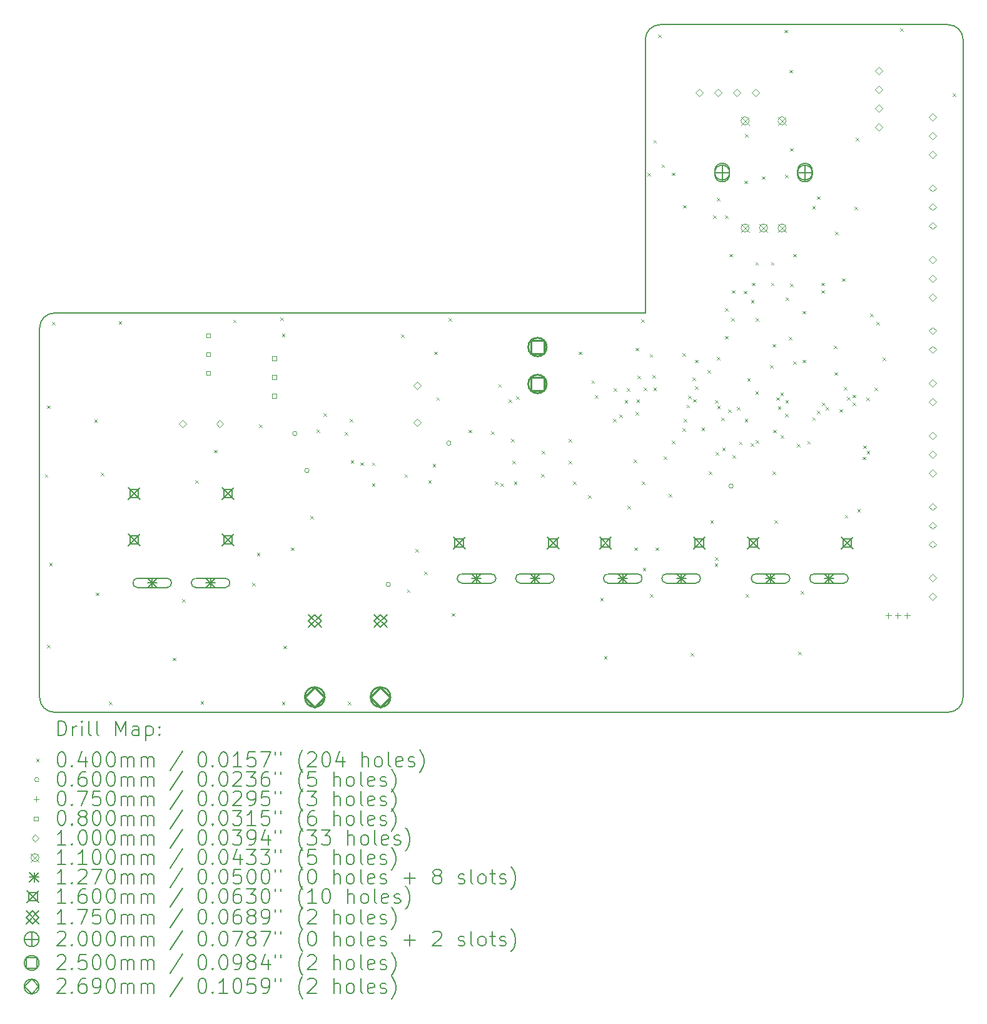
<source format=gbr>
%FSLAX45Y45*%
G04 Gerber Fmt 4.5, Leading zero omitted, Abs format (unit mm)*
G04 Created by KiCad (PCBNEW 6.0.6-3a73a75311~116~ubuntu20.04.1) date 2022-07-18 20:20:39*
%MOMM*%
%LPD*%
G01*
G04 APERTURE LIST*
%TA.AperFunction,Profile*%
%ADD10C,0.150000*%
%TD*%
%ADD11C,0.200000*%
%ADD12C,0.040000*%
%ADD13C,0.060000*%
%ADD14C,0.075000*%
%ADD15C,0.080000*%
%ADD16C,0.100000*%
%ADD17C,0.110000*%
%ADD18C,0.127000*%
%ADD19C,0.160000*%
%ADD20C,0.175000*%
%ADD21C,0.250000*%
%ADD22C,0.269000*%
G04 APERTURE END LIST*
D10*
X3000000Y-10000000D02*
X3000000Y-15000000D01*
X15300000Y-5900000D02*
X11400000Y-5900000D01*
X11200000Y-6100000D02*
X11200000Y-9800000D01*
X3000000Y-15000000D02*
G75*
G03*
X3200000Y-15200000I200000J0D01*
G01*
X15500000Y-6100000D02*
G75*
G03*
X15300000Y-5900000I-200000J0D01*
G01*
X15500000Y-15000000D02*
X15500000Y-6100000D01*
X3200000Y-15200000D02*
X15300000Y-15200000D01*
X3200000Y-9800000D02*
G75*
G03*
X3000000Y-10000000I0J-200000D01*
G01*
X11400000Y-5900000D02*
G75*
G03*
X11200000Y-6100000I0J-200000D01*
G01*
X11200000Y-9800000D02*
X3200000Y-9800000D01*
X15300000Y-15200000D02*
G75*
G03*
X15500000Y-15000000I0J200000D01*
G01*
D11*
D12*
X3070000Y-11980000D02*
X3110000Y-12020000D01*
X3110000Y-11980000D02*
X3070000Y-12020000D01*
X3100000Y-11050000D02*
X3140000Y-11090000D01*
X3140000Y-11050000D02*
X3100000Y-11090000D01*
X3100000Y-14290000D02*
X3140000Y-14330000D01*
X3140000Y-14290000D02*
X3100000Y-14330000D01*
X3130000Y-13180000D02*
X3170000Y-13220000D01*
X3170000Y-13180000D02*
X3130000Y-13220000D01*
X3170000Y-9920000D02*
X3210000Y-9960000D01*
X3210000Y-9920000D02*
X3170000Y-9960000D01*
X3740000Y-11240000D02*
X3780000Y-11280000D01*
X3780000Y-11240000D02*
X3740000Y-11280000D01*
X3760000Y-13580000D02*
X3800000Y-13620000D01*
X3800000Y-13580000D02*
X3760000Y-13620000D01*
X3830000Y-11960000D02*
X3870000Y-12000000D01*
X3870000Y-11960000D02*
X3830000Y-12000000D01*
X3940000Y-15060000D02*
X3980000Y-15100000D01*
X3980000Y-15060000D02*
X3940000Y-15100000D01*
X4070000Y-9910000D02*
X4110000Y-9950000D01*
X4110000Y-9910000D02*
X4070000Y-9950000D01*
X4800000Y-14460000D02*
X4840000Y-14500000D01*
X4840000Y-14460000D02*
X4800000Y-14500000D01*
X4930000Y-13670000D02*
X4970000Y-13710000D01*
X4970000Y-13670000D02*
X4930000Y-13710000D01*
X5110000Y-12060000D02*
X5150000Y-12100000D01*
X5150000Y-12060000D02*
X5110000Y-12100000D01*
X5180000Y-15050000D02*
X5220000Y-15090000D01*
X5220000Y-15050000D02*
X5180000Y-15090000D01*
X5360000Y-11650000D02*
X5400000Y-11690000D01*
X5400000Y-11650000D02*
X5360000Y-11690000D01*
X5620000Y-9890000D02*
X5660000Y-9930000D01*
X5660000Y-9890000D02*
X5620000Y-9930000D01*
X5880000Y-13450000D02*
X5920000Y-13490000D01*
X5920000Y-13450000D02*
X5880000Y-13490000D01*
X5940000Y-13040000D02*
X5980000Y-13080000D01*
X5980000Y-13040000D02*
X5940000Y-13080000D01*
X5970000Y-11310000D02*
X6010000Y-11350000D01*
X6010000Y-11310000D02*
X5970000Y-11350000D01*
X6260000Y-9860000D02*
X6300000Y-9900000D01*
X6300000Y-9860000D02*
X6260000Y-9900000D01*
X6280000Y-10080000D02*
X6320000Y-10120000D01*
X6320000Y-10080000D02*
X6280000Y-10120000D01*
X6280000Y-15060000D02*
X6320000Y-15100000D01*
X6320000Y-15060000D02*
X6280000Y-15100000D01*
X6300000Y-14300000D02*
X6340000Y-14340000D01*
X6340000Y-14300000D02*
X6300000Y-14340000D01*
X6400000Y-12970000D02*
X6440000Y-13010000D01*
X6440000Y-12970000D02*
X6400000Y-13010000D01*
X6664000Y-12544000D02*
X6704000Y-12584000D01*
X6704000Y-12544000D02*
X6664000Y-12584000D01*
X6749000Y-11374000D02*
X6789000Y-11414000D01*
X6789000Y-11374000D02*
X6749000Y-11414000D01*
X6841428Y-11154950D02*
X6881428Y-11194950D01*
X6881428Y-11154950D02*
X6841428Y-11194950D01*
X7130000Y-11410000D02*
X7170000Y-11450000D01*
X7170000Y-11410000D02*
X7130000Y-11450000D01*
X7170000Y-15060000D02*
X7210000Y-15100000D01*
X7210000Y-15060000D02*
X7170000Y-15100000D01*
X7200000Y-11230000D02*
X7240000Y-11270000D01*
X7240000Y-11230000D02*
X7200000Y-11270000D01*
X7210000Y-11790000D02*
X7250000Y-11830000D01*
X7250000Y-11790000D02*
X7210000Y-11830000D01*
X7340000Y-11820000D02*
X7380000Y-11860000D01*
X7380000Y-11820000D02*
X7340000Y-11860000D01*
X7500000Y-11820000D02*
X7540000Y-11860000D01*
X7540000Y-11820000D02*
X7500000Y-11860000D01*
X7500000Y-12100000D02*
X7540000Y-12140000D01*
X7540000Y-12100000D02*
X7500000Y-12140000D01*
X7890000Y-10090000D02*
X7930000Y-10130000D01*
X7930000Y-10090000D02*
X7890000Y-10130000D01*
X7940000Y-11980000D02*
X7980000Y-12020000D01*
X7980000Y-11980000D02*
X7940000Y-12020000D01*
X7972000Y-13538000D02*
X8012000Y-13578000D01*
X8012000Y-13538000D02*
X7972000Y-13578000D01*
X8090000Y-12990000D02*
X8130000Y-13030000D01*
X8130000Y-12990000D02*
X8090000Y-13030000D01*
X8205030Y-13299236D02*
X8245030Y-13339236D01*
X8245030Y-13299236D02*
X8205030Y-13339236D01*
X8260000Y-12060000D02*
X8300000Y-12100000D01*
X8300000Y-12060000D02*
X8260000Y-12100000D01*
X8320000Y-11840000D02*
X8360000Y-11880000D01*
X8360000Y-11840000D02*
X8320000Y-11880000D01*
X8340000Y-10320000D02*
X8380000Y-10360000D01*
X8380000Y-10320000D02*
X8340000Y-10360000D01*
X8370000Y-10940000D02*
X8410000Y-10980000D01*
X8410000Y-10940000D02*
X8370000Y-10980000D01*
X8535048Y-9864952D02*
X8575048Y-9904952D01*
X8575048Y-9864952D02*
X8535048Y-9904952D01*
X8580000Y-13860000D02*
X8620000Y-13900000D01*
X8620000Y-13860000D02*
X8580000Y-13900000D01*
X8810000Y-11380000D02*
X8850000Y-11420000D01*
X8850000Y-11380000D02*
X8810000Y-11420000D01*
X9110000Y-11400000D02*
X9150000Y-11440000D01*
X9150000Y-11400000D02*
X9110000Y-11440000D01*
X9163620Y-12076375D02*
X9203620Y-12116375D01*
X9203620Y-12076375D02*
X9163620Y-12116375D01*
X9210000Y-10760000D02*
X9250000Y-10800000D01*
X9250000Y-10760000D02*
X9210000Y-10800000D01*
X9240000Y-12100000D02*
X9280000Y-12140000D01*
X9280000Y-12100000D02*
X9240000Y-12140000D01*
X9350000Y-10970000D02*
X9390000Y-11010000D01*
X9390000Y-10970000D02*
X9350000Y-11010000D01*
X9380000Y-11500000D02*
X9420000Y-11540000D01*
X9420000Y-11500000D02*
X9380000Y-11540000D01*
X9400000Y-11800000D02*
X9440000Y-11840000D01*
X9440000Y-11800000D02*
X9400000Y-11840000D01*
X9420000Y-12080000D02*
X9460000Y-12120000D01*
X9460000Y-12080000D02*
X9420000Y-12120000D01*
X9450000Y-10928050D02*
X9490000Y-10968050D01*
X9490000Y-10928050D02*
X9450000Y-10968050D01*
X9786500Y-11976500D02*
X9826500Y-12016500D01*
X9826500Y-11976500D02*
X9786500Y-12016500D01*
X9800000Y-11660000D02*
X9840000Y-11700000D01*
X9840000Y-11660000D02*
X9800000Y-11700000D01*
X10160000Y-11500000D02*
X10200000Y-11540000D01*
X10200000Y-11500000D02*
X10160000Y-11540000D01*
X10160000Y-11800000D02*
X10200000Y-11840000D01*
X10200000Y-11800000D02*
X10160000Y-11840000D01*
X10220000Y-12080000D02*
X10260000Y-12120000D01*
X10260000Y-12080000D02*
X10220000Y-12120000D01*
X10300000Y-10320000D02*
X10340000Y-10360000D01*
X10340000Y-10320000D02*
X10300000Y-10360000D01*
X10426250Y-12266250D02*
X10466250Y-12306250D01*
X10466250Y-12266250D02*
X10426250Y-12306250D01*
X10470000Y-10710000D02*
X10510000Y-10750000D01*
X10510000Y-10710000D02*
X10470000Y-10750000D01*
X10520000Y-10910000D02*
X10560000Y-10950000D01*
X10560000Y-10910000D02*
X10520000Y-10950000D01*
X10590000Y-13650000D02*
X10630000Y-13690000D01*
X10630000Y-13650000D02*
X10590000Y-13690000D01*
X10640000Y-14440000D02*
X10680000Y-14480000D01*
X10680000Y-14440000D02*
X10640000Y-14480000D01*
X10760000Y-11230000D02*
X10800000Y-11270000D01*
X10800000Y-11230000D02*
X10760000Y-11270000D01*
X10771000Y-10816000D02*
X10811000Y-10856000D01*
X10811000Y-10816000D02*
X10771000Y-10856000D01*
X10850000Y-11170000D02*
X10890000Y-11210000D01*
X10890000Y-11170000D02*
X10850000Y-11210000D01*
X10920050Y-10980056D02*
X10960050Y-11020056D01*
X10960050Y-10980056D02*
X10920050Y-11020056D01*
X10948000Y-10817000D02*
X10988000Y-10857000D01*
X10988000Y-10817000D02*
X10948000Y-10857000D01*
X10960000Y-12410000D02*
X11000000Y-12450000D01*
X11000000Y-12410000D02*
X10960000Y-12450000D01*
X11040000Y-11780000D02*
X11080000Y-11820000D01*
X11080000Y-11780000D02*
X11040000Y-11820000D01*
X11050000Y-12970000D02*
X11090000Y-13010000D01*
X11090000Y-12970000D02*
X11050000Y-13010000D01*
X11070000Y-10270000D02*
X11110000Y-10310000D01*
X11110000Y-10270000D02*
X11070000Y-10310000D01*
X11070000Y-11140000D02*
X11110000Y-11180000D01*
X11110000Y-11140000D02*
X11070000Y-11180000D01*
X11080000Y-10970000D02*
X11120000Y-11010000D01*
X11120000Y-10970000D02*
X11080000Y-11010000D01*
X11092391Y-10647609D02*
X11132391Y-10687609D01*
X11132391Y-10647609D02*
X11092391Y-10687609D01*
X11145048Y-9884950D02*
X11185048Y-9924950D01*
X11185048Y-9884950D02*
X11145048Y-9924950D01*
X11150000Y-12080000D02*
X11190000Y-12120000D01*
X11190000Y-12080000D02*
X11150000Y-12120000D01*
X11164844Y-13243950D02*
X11204844Y-13283950D01*
X11204844Y-13243950D02*
X11164844Y-13283950D01*
X11180000Y-10810000D02*
X11220000Y-10850000D01*
X11220000Y-10810000D02*
X11180000Y-10850000D01*
X11228000Y-7906000D02*
X11268000Y-7946000D01*
X11268000Y-7906000D02*
X11228000Y-7946000D01*
X11259000Y-10355000D02*
X11299000Y-10395000D01*
X11299000Y-10355000D02*
X11259000Y-10395000D01*
X11260000Y-13600000D02*
X11300000Y-13640000D01*
X11300000Y-13600000D02*
X11260000Y-13640000D01*
X11297000Y-10641000D02*
X11337000Y-10681000D01*
X11337000Y-10641000D02*
X11297000Y-10681000D01*
X11310000Y-7460000D02*
X11350000Y-7500000D01*
X11350000Y-7460000D02*
X11310000Y-7500000D01*
X11310000Y-10810000D02*
X11350000Y-10850000D01*
X11350000Y-10810000D02*
X11310000Y-10850000D01*
X11340000Y-12970000D02*
X11380000Y-13010000D01*
X11380000Y-12970000D02*
X11340000Y-13010000D01*
X11370000Y-6030000D02*
X11410000Y-6070000D01*
X11410000Y-6030000D02*
X11370000Y-6070000D01*
X11420000Y-7790000D02*
X11460000Y-7830000D01*
X11460000Y-7790000D02*
X11420000Y-7830000D01*
X11450000Y-11740000D02*
X11490000Y-11780000D01*
X11490000Y-11740000D02*
X11450000Y-11780000D01*
X11515000Y-12245000D02*
X11555000Y-12285000D01*
X11555000Y-12245000D02*
X11515000Y-12285000D01*
X11556000Y-7899000D02*
X11596000Y-7939000D01*
X11596000Y-7899000D02*
X11556000Y-7939000D01*
X11560000Y-11530000D02*
X11600000Y-11570000D01*
X11600000Y-11530000D02*
X11560000Y-11570000D01*
X11700000Y-10340050D02*
X11740000Y-10380050D01*
X11740000Y-10340050D02*
X11700000Y-10380050D01*
X11700000Y-11360000D02*
X11740000Y-11400000D01*
X11740000Y-11360000D02*
X11700000Y-11400000D01*
X11710000Y-8340000D02*
X11750000Y-8380000D01*
X11750000Y-8340000D02*
X11710000Y-8380000D01*
X11720000Y-11230000D02*
X11760000Y-11270000D01*
X11760000Y-11230000D02*
X11720000Y-11270000D01*
X11758000Y-11040000D02*
X11798000Y-11080000D01*
X11798000Y-11040000D02*
X11758000Y-11080000D01*
X11776816Y-10920050D02*
X11816816Y-10960050D01*
X11816816Y-10920050D02*
X11776816Y-10960050D01*
X11810000Y-14400000D02*
X11850000Y-14440000D01*
X11850000Y-14400000D02*
X11810000Y-14440000D01*
X11838974Y-10672708D02*
X11878974Y-10712708D01*
X11878974Y-10672708D02*
X11838974Y-10712708D01*
X11844118Y-10964900D02*
X11884118Y-11004900D01*
X11884118Y-10964900D02*
X11844118Y-11004900D01*
X11869016Y-10430050D02*
X11909016Y-10470050D01*
X11909016Y-10430050D02*
X11869016Y-10470050D01*
X11869168Y-10792368D02*
X11909168Y-10832368D01*
X11909168Y-10792368D02*
X11869168Y-10832368D01*
X11960000Y-11350000D02*
X12000000Y-11390000D01*
X12000000Y-11350000D02*
X11960000Y-11390000D01*
X12040000Y-10570000D02*
X12080000Y-10610000D01*
X12080000Y-10570000D02*
X12040000Y-10610000D01*
X12060000Y-11940000D02*
X12100000Y-11980000D01*
X12100000Y-11940000D02*
X12060000Y-11980000D01*
X12080000Y-12600000D02*
X12120000Y-12640000D01*
X12120000Y-12600000D02*
X12080000Y-12640000D01*
X12120000Y-8480000D02*
X12160000Y-8520000D01*
X12160000Y-8480000D02*
X12120000Y-8520000D01*
X12138000Y-13184000D02*
X12178000Y-13224000D01*
X12178000Y-13184000D02*
X12138000Y-13224000D01*
X12140000Y-10980000D02*
X12180000Y-11020000D01*
X12180000Y-10980000D02*
X12140000Y-11020000D01*
X12140000Y-13100000D02*
X12180000Y-13140000D01*
X12180000Y-13100000D02*
X12140000Y-13140000D01*
X12150000Y-11680000D02*
X12190000Y-11720000D01*
X12190000Y-11680000D02*
X12150000Y-11720000D01*
X12170000Y-8240000D02*
X12210000Y-8280000D01*
X12210000Y-8240000D02*
X12170000Y-8280000D01*
X12170000Y-10390000D02*
X12210000Y-10430000D01*
X12210000Y-10390000D02*
X12170000Y-10430000D01*
X12173215Y-11052724D02*
X12213215Y-11092724D01*
X12213215Y-11052724D02*
X12173215Y-11092724D01*
X12226176Y-11213434D02*
X12266176Y-11253434D01*
X12266176Y-11213434D02*
X12226176Y-11253434D01*
X12240000Y-11620000D02*
X12280000Y-11660000D01*
X12280000Y-11620000D02*
X12240000Y-11660000D01*
X12280000Y-8480000D02*
X12320000Y-8520000D01*
X12320000Y-8480000D02*
X12280000Y-8520000D01*
X12280000Y-9730000D02*
X12320000Y-9770000D01*
X12320000Y-9730000D02*
X12280000Y-9770000D01*
X12280000Y-10110000D02*
X12320000Y-10150000D01*
X12320000Y-10110000D02*
X12280000Y-10150000D01*
X12322609Y-11102609D02*
X12362609Y-11142609D01*
X12362609Y-11102609D02*
X12322609Y-11142609D01*
X12340000Y-9000000D02*
X12380000Y-9040000D01*
X12380000Y-9000000D02*
X12340000Y-9040000D01*
X12365048Y-9864952D02*
X12405048Y-9904952D01*
X12405048Y-9864952D02*
X12365048Y-9904952D01*
X12370000Y-9490000D02*
X12410000Y-9530000D01*
X12410000Y-9490000D02*
X12370000Y-9530000D01*
X12380000Y-11720000D02*
X12420000Y-11760000D01*
X12420000Y-11720000D02*
X12380000Y-11760000D01*
X12440000Y-11070000D02*
X12480000Y-11110000D01*
X12480000Y-11070000D02*
X12440000Y-11110000D01*
X12470000Y-11540000D02*
X12510000Y-11580000D01*
X12510000Y-11540000D02*
X12470000Y-11580000D01*
X12530000Y-9500000D02*
X12570000Y-9540000D01*
X12570000Y-9500000D02*
X12530000Y-9540000D01*
X12540000Y-8010000D02*
X12580000Y-8050000D01*
X12580000Y-8010000D02*
X12540000Y-8050000D01*
X12546052Y-11228730D02*
X12586052Y-11268730D01*
X12586052Y-11228730D02*
X12546052Y-11268730D01*
X12550000Y-7380000D02*
X12590000Y-7420000D01*
X12590000Y-7380000D02*
X12550000Y-7420000D01*
X12560000Y-13600000D02*
X12600000Y-13640000D01*
X12600000Y-13600000D02*
X12560000Y-13640000D01*
X12580000Y-10680000D02*
X12620000Y-10720000D01*
X12620000Y-10680000D02*
X12580000Y-10720000D01*
X12623327Y-11562235D02*
X12663327Y-11602235D01*
X12663327Y-11562235D02*
X12623327Y-11602235D01*
X12630000Y-9620000D02*
X12670000Y-9660000D01*
X12670000Y-9620000D02*
X12630000Y-9660000D01*
X12640000Y-9390000D02*
X12680000Y-9430000D01*
X12680000Y-9390000D02*
X12640000Y-9430000D01*
X12690000Y-9110000D02*
X12730000Y-9150000D01*
X12730000Y-9110000D02*
X12690000Y-9150000D01*
X12690000Y-10860000D02*
X12730000Y-10900000D01*
X12730000Y-10860000D02*
X12690000Y-10900000D01*
X12690867Y-11519451D02*
X12730867Y-11559451D01*
X12730867Y-11519451D02*
X12690867Y-11559451D01*
X12695048Y-9864952D02*
X12735048Y-9904952D01*
X12735048Y-9864952D02*
X12695048Y-9904952D01*
X12780000Y-7950000D02*
X12820000Y-7990000D01*
X12820000Y-7950000D02*
X12780000Y-7990000D01*
X12890000Y-10500000D02*
X12930000Y-10540000D01*
X12930000Y-10500000D02*
X12890000Y-10540000D01*
X12900000Y-9110000D02*
X12940000Y-9150000D01*
X12940000Y-9110000D02*
X12900000Y-9150000D01*
X12900000Y-9390000D02*
X12940000Y-9430000D01*
X12940000Y-9390000D02*
X12900000Y-9430000D01*
X12920000Y-10220000D02*
X12960000Y-10260000D01*
X12960000Y-10220000D02*
X12920000Y-10260000D01*
X12920000Y-11940000D02*
X12960000Y-11980000D01*
X12960000Y-11940000D02*
X12920000Y-11980000D01*
X12930000Y-11380000D02*
X12970000Y-11420000D01*
X12970000Y-11380000D02*
X12930000Y-11420000D01*
X12950000Y-12600000D02*
X12990000Y-12640000D01*
X12990000Y-12600000D02*
X12950000Y-12640000D01*
X12972371Y-10939901D02*
X13012371Y-10979901D01*
X13012371Y-10939901D02*
X12972371Y-10979901D01*
X12994032Y-11059801D02*
X13034032Y-11099801D01*
X13034032Y-11059801D02*
X12994032Y-11099801D01*
X13028346Y-10876437D02*
X13068346Y-10916437D01*
X13068346Y-10876437D02*
X13028346Y-10916437D01*
X13034905Y-11450050D02*
X13074905Y-11490050D01*
X13074905Y-11450050D02*
X13034905Y-11490050D01*
X13080000Y-5970000D02*
X13120000Y-6010000D01*
X13120000Y-5970000D02*
X13080000Y-6010000D01*
X13090000Y-7930000D02*
X13130000Y-7970000D01*
X13130000Y-7930000D02*
X13090000Y-7970000D01*
X13092945Y-11161830D02*
X13132945Y-11201830D01*
X13132945Y-11161830D02*
X13092945Y-11201830D01*
X13094610Y-10979715D02*
X13134610Y-11019715D01*
X13134610Y-10979715D02*
X13094610Y-11019715D01*
X13100000Y-9590000D02*
X13140000Y-9630000D01*
X13140000Y-9590000D02*
X13100000Y-9630000D01*
X13140000Y-10120000D02*
X13180000Y-10160000D01*
X13180000Y-10120000D02*
X13140000Y-10160000D01*
X13150000Y-6510000D02*
X13190000Y-6550000D01*
X13190000Y-6510000D02*
X13150000Y-6550000D01*
X13160000Y-7570000D02*
X13200000Y-7610000D01*
X13200000Y-7570000D02*
X13160000Y-7610000D01*
X13160000Y-9400000D02*
X13200000Y-9440000D01*
X13200000Y-9400000D02*
X13160000Y-9440000D01*
X13200000Y-9000000D02*
X13240000Y-9040000D01*
X13240000Y-9000000D02*
X13200000Y-9040000D01*
X13200000Y-10450000D02*
X13240000Y-10490000D01*
X13240000Y-10450000D02*
X13200000Y-10490000D01*
X13250000Y-11569950D02*
X13290000Y-11609950D01*
X13290000Y-11569950D02*
X13250000Y-11609950D01*
X13270000Y-14380000D02*
X13310000Y-14420000D01*
X13310000Y-14380000D02*
X13270000Y-14420000D01*
X13300000Y-13560000D02*
X13340000Y-13600000D01*
X13340000Y-13560000D02*
X13300000Y-13600000D01*
X13330000Y-9770000D02*
X13370000Y-9810000D01*
X13370000Y-9770000D02*
X13330000Y-9810000D01*
X13330000Y-10430000D02*
X13370000Y-10470000D01*
X13370000Y-10430000D02*
X13330000Y-10470000D01*
X13392450Y-11531504D02*
X13432450Y-11571504D01*
X13432450Y-11531504D02*
X13392450Y-11571504D01*
X13460000Y-8350000D02*
X13500000Y-8390000D01*
X13500000Y-8350000D02*
X13460000Y-8390000D01*
X13460000Y-11210000D02*
X13500000Y-11250000D01*
X13500000Y-11210000D02*
X13460000Y-11250000D01*
X13520000Y-8220000D02*
X13560000Y-8260000D01*
X13560000Y-8220000D02*
X13520000Y-8260000D01*
X13520000Y-11120000D02*
X13560000Y-11160000D01*
X13560000Y-11120000D02*
X13520000Y-11160000D01*
X13580000Y-9390000D02*
X13620000Y-9430000D01*
X13620000Y-9390000D02*
X13580000Y-9430000D01*
X13580000Y-9490000D02*
X13620000Y-9530000D01*
X13620000Y-9490000D02*
X13580000Y-9530000D01*
X13590584Y-11009901D02*
X13630584Y-11049901D01*
X13630584Y-11009901D02*
X13590584Y-11049901D01*
X13639541Y-11073109D02*
X13679541Y-11113109D01*
X13679541Y-11073109D02*
X13639541Y-11113109D01*
X13750000Y-10240000D02*
X13790000Y-10280000D01*
X13790000Y-10240000D02*
X13750000Y-10280000D01*
X13760000Y-10600000D02*
X13800000Y-10640000D01*
X13800000Y-10600000D02*
X13760000Y-10640000D01*
X13770000Y-8700000D02*
X13810000Y-8740000D01*
X13810000Y-8700000D02*
X13770000Y-8740000D01*
X13830000Y-11100000D02*
X13870000Y-11140000D01*
X13870000Y-11100000D02*
X13830000Y-11140000D01*
X13860000Y-9330000D02*
X13900000Y-9370000D01*
X13900000Y-9330000D02*
X13860000Y-9370000D01*
X13890000Y-10800000D02*
X13930000Y-10840000D01*
X13930000Y-10800000D02*
X13890000Y-10840000D01*
X13900000Y-12530000D02*
X13940000Y-12570000D01*
X13940000Y-12530000D02*
X13900000Y-12570000D01*
X13932267Y-10931640D02*
X13972267Y-10971640D01*
X13972267Y-10931640D02*
X13932267Y-10971640D01*
X14007550Y-10904724D02*
X14047550Y-10944724D01*
X14047550Y-10904724D02*
X14007550Y-10944724D01*
X14007550Y-11010000D02*
X14047550Y-11050000D01*
X14047550Y-11010000D02*
X14007550Y-11050000D01*
X14030000Y-8360000D02*
X14070000Y-8400000D01*
X14070000Y-8360000D02*
X14030000Y-8400000D01*
X14050000Y-7430000D02*
X14090000Y-7470000D01*
X14090000Y-7430000D02*
X14050000Y-7470000D01*
X14070000Y-12450000D02*
X14110000Y-12490000D01*
X14110000Y-12450000D02*
X14070000Y-12490000D01*
X14142450Y-11742471D02*
X14182450Y-11782471D01*
X14182450Y-11742471D02*
X14142450Y-11782471D01*
X14152450Y-11590267D02*
X14192450Y-11630267D01*
X14192450Y-11590267D02*
X14152450Y-11630267D01*
X14192450Y-10940474D02*
X14232450Y-10980474D01*
X14232450Y-10940474D02*
X14192450Y-10980474D01*
X14195134Y-11662416D02*
X14235134Y-11702416D01*
X14235134Y-11662416D02*
X14195134Y-11702416D01*
X14240000Y-9810000D02*
X14280000Y-9850000D01*
X14280000Y-9810000D02*
X14240000Y-9850000D01*
X14300000Y-10810000D02*
X14340000Y-10850000D01*
X14340000Y-10810000D02*
X14300000Y-10850000D01*
X14330000Y-9920000D02*
X14370000Y-9960000D01*
X14370000Y-9920000D02*
X14330000Y-9960000D01*
X14330000Y-9920000D02*
X14370000Y-9960000D01*
X14370000Y-9920000D02*
X14330000Y-9960000D01*
X14410000Y-10400000D02*
X14450000Y-10440000D01*
X14450000Y-10400000D02*
X14410000Y-10440000D01*
X14650000Y-5950000D02*
X14690000Y-5990000D01*
X14690000Y-5950000D02*
X14650000Y-5990000D01*
X15360000Y-6830000D02*
X15400000Y-6870000D01*
X15400000Y-6830000D02*
X15360000Y-6870000D01*
D13*
X6485031Y-11430050D02*
G75*
G03*
X6485031Y-11430050I-30000J0D01*
G01*
X6649000Y-11929000D02*
G75*
G03*
X6649000Y-11929000I-30000J0D01*
G01*
X7750000Y-13470000D02*
G75*
G03*
X7750000Y-13470000I-30000J0D01*
G01*
X8570000Y-11560000D02*
G75*
G03*
X8570000Y-11560000I-30000J0D01*
G01*
X12390000Y-12140000D02*
G75*
G03*
X12390000Y-12140000I-30000J0D01*
G01*
D14*
X14490000Y-13852500D02*
X14490000Y-13927500D01*
X14452500Y-13890000D02*
X14527500Y-13890000D01*
X14617000Y-13852500D02*
X14617000Y-13927500D01*
X14579500Y-13890000D02*
X14654500Y-13890000D01*
X14744000Y-13852500D02*
X14744000Y-13927500D01*
X14706500Y-13890000D02*
X14781500Y-13890000D01*
D15*
X5313285Y-10133285D02*
X5313285Y-10076716D01*
X5256716Y-10076716D01*
X5256716Y-10133285D01*
X5313285Y-10133285D01*
X5313285Y-10387285D02*
X5313285Y-10330716D01*
X5256716Y-10330716D01*
X5256716Y-10387285D01*
X5313285Y-10387285D01*
X5313285Y-10641285D02*
X5313285Y-10584716D01*
X5256716Y-10584716D01*
X5256716Y-10641285D01*
X5313285Y-10641285D01*
X6203284Y-10443285D02*
X6203284Y-10386716D01*
X6146715Y-10386716D01*
X6146715Y-10443285D01*
X6203284Y-10443285D01*
X6203284Y-10697285D02*
X6203284Y-10640716D01*
X6146715Y-10640716D01*
X6146715Y-10697285D01*
X6203284Y-10697285D01*
X6203284Y-10951285D02*
X6203284Y-10894716D01*
X6146715Y-10894716D01*
X6146715Y-10951285D01*
X6203284Y-10951285D01*
D16*
X4940000Y-11350000D02*
X4990000Y-11300000D01*
X4940000Y-11250000D01*
X4890000Y-11300000D01*
X4940000Y-11350000D01*
X5440000Y-11350000D02*
X5490000Y-11300000D01*
X5440000Y-11250000D01*
X5390000Y-11300000D01*
X5440000Y-11350000D01*
X8110000Y-10830000D02*
X8160000Y-10780000D01*
X8110000Y-10730000D01*
X8060000Y-10780000D01*
X8110000Y-10830000D01*
X8110000Y-11330000D02*
X8160000Y-11280000D01*
X8110000Y-11230000D01*
X8060000Y-11280000D01*
X8110000Y-11330000D01*
X11930000Y-6870000D02*
X11980000Y-6820000D01*
X11930000Y-6770000D01*
X11880000Y-6820000D01*
X11930000Y-6870000D01*
X12184000Y-6870000D02*
X12234000Y-6820000D01*
X12184000Y-6770000D01*
X12134000Y-6820000D01*
X12184000Y-6870000D01*
X12438000Y-6870000D02*
X12488000Y-6820000D01*
X12438000Y-6770000D01*
X12388000Y-6820000D01*
X12438000Y-6870000D01*
X12692000Y-6870000D02*
X12742000Y-6820000D01*
X12692000Y-6770000D01*
X12642000Y-6820000D01*
X12692000Y-6870000D01*
X14360000Y-6570000D02*
X14410000Y-6520000D01*
X14360000Y-6470000D01*
X14310000Y-6520000D01*
X14360000Y-6570000D01*
X14360000Y-6824000D02*
X14410000Y-6774000D01*
X14360000Y-6724000D01*
X14310000Y-6774000D01*
X14360000Y-6824000D01*
X14360000Y-7078000D02*
X14410000Y-7028000D01*
X14360000Y-6978000D01*
X14310000Y-7028000D01*
X14360000Y-7078000D01*
X14360000Y-7332000D02*
X14410000Y-7282000D01*
X14360000Y-7232000D01*
X14310000Y-7282000D01*
X14360000Y-7332000D01*
X15090000Y-7200000D02*
X15140000Y-7150000D01*
X15090000Y-7100000D01*
X15040000Y-7150000D01*
X15090000Y-7200000D01*
X15090000Y-7454000D02*
X15140000Y-7404000D01*
X15090000Y-7354000D01*
X15040000Y-7404000D01*
X15090000Y-7454000D01*
X15090000Y-7708000D02*
X15140000Y-7658000D01*
X15090000Y-7608000D01*
X15040000Y-7658000D01*
X15090000Y-7708000D01*
X15090000Y-8160000D02*
X15140000Y-8110000D01*
X15090000Y-8060000D01*
X15040000Y-8110000D01*
X15090000Y-8160000D01*
X15090000Y-8414000D02*
X15140000Y-8364000D01*
X15090000Y-8314000D01*
X15040000Y-8364000D01*
X15090000Y-8414000D01*
X15090000Y-8668000D02*
X15140000Y-8618000D01*
X15090000Y-8568000D01*
X15040000Y-8618000D01*
X15090000Y-8668000D01*
X15090000Y-9130000D02*
X15140000Y-9080000D01*
X15090000Y-9030000D01*
X15040000Y-9080000D01*
X15090000Y-9130000D01*
X15090000Y-9384000D02*
X15140000Y-9334000D01*
X15090000Y-9284000D01*
X15040000Y-9334000D01*
X15090000Y-9384000D01*
X15090000Y-9638000D02*
X15140000Y-9588000D01*
X15090000Y-9538000D01*
X15040000Y-9588000D01*
X15090000Y-9638000D01*
X15090000Y-10090000D02*
X15140000Y-10040000D01*
X15090000Y-9990000D01*
X15040000Y-10040000D01*
X15090000Y-10090000D01*
X15090000Y-10344000D02*
X15140000Y-10294000D01*
X15090000Y-10244000D01*
X15040000Y-10294000D01*
X15090000Y-10344000D01*
X15090000Y-10800000D02*
X15140000Y-10750000D01*
X15090000Y-10700000D01*
X15040000Y-10750000D01*
X15090000Y-10800000D01*
X15090000Y-11054000D02*
X15140000Y-11004000D01*
X15090000Y-10954000D01*
X15040000Y-11004000D01*
X15090000Y-11054000D01*
X15090000Y-11510000D02*
X15140000Y-11460000D01*
X15090000Y-11410000D01*
X15040000Y-11460000D01*
X15090000Y-11510000D01*
X15090000Y-11764000D02*
X15140000Y-11714000D01*
X15090000Y-11664000D01*
X15040000Y-11714000D01*
X15090000Y-11764000D01*
X15090000Y-12018000D02*
X15140000Y-11968000D01*
X15090000Y-11918000D01*
X15040000Y-11968000D01*
X15090000Y-12018000D01*
X15090000Y-12470000D02*
X15140000Y-12420000D01*
X15090000Y-12370000D01*
X15040000Y-12420000D01*
X15090000Y-12470000D01*
X15090000Y-12724000D02*
X15140000Y-12674000D01*
X15090000Y-12624000D01*
X15040000Y-12674000D01*
X15090000Y-12724000D01*
X15090000Y-12978000D02*
X15140000Y-12928000D01*
X15090000Y-12878000D01*
X15040000Y-12928000D01*
X15090000Y-12978000D01*
X15090000Y-13430000D02*
X15140000Y-13380000D01*
X15090000Y-13330000D01*
X15040000Y-13380000D01*
X15090000Y-13430000D01*
X15090000Y-13684000D02*
X15140000Y-13634000D01*
X15090000Y-13584000D01*
X15040000Y-13634000D01*
X15090000Y-13684000D01*
D17*
X12495000Y-7145000D02*
X12605000Y-7255000D01*
X12605000Y-7145000D02*
X12495000Y-7255000D01*
X12605000Y-7200000D02*
G75*
G03*
X12605000Y-7200000I-55000J0D01*
G01*
X12495000Y-8595000D02*
X12605000Y-8705000D01*
X12605000Y-8595000D02*
X12495000Y-8705000D01*
X12605000Y-8650000D02*
G75*
G03*
X12605000Y-8650000I-55000J0D01*
G01*
X12745000Y-8595000D02*
X12855000Y-8705000D01*
X12855000Y-8595000D02*
X12745000Y-8705000D01*
X12855000Y-8650000D02*
G75*
G03*
X12855000Y-8650000I-55000J0D01*
G01*
X12995000Y-7145000D02*
X13105000Y-7255000D01*
X13105000Y-7145000D02*
X12995000Y-7255000D01*
X13105000Y-7200000D02*
G75*
G03*
X13105000Y-7200000I-55000J0D01*
G01*
X12995000Y-8595000D02*
X13105000Y-8705000D01*
X13105000Y-8595000D02*
X12995000Y-8705000D01*
X13105000Y-8650000D02*
G75*
G03*
X13105000Y-8650000I-55000J0D01*
G01*
D18*
X4461500Y-13386500D02*
X4588500Y-13513500D01*
X4588500Y-13386500D02*
X4461500Y-13513500D01*
X4525000Y-13386500D02*
X4525000Y-13513500D01*
X4461500Y-13450000D02*
X4588500Y-13450000D01*
D11*
X4723000Y-13386500D02*
X4327000Y-13386500D01*
X4723000Y-13513500D02*
X4327000Y-13513500D01*
X4327000Y-13386500D02*
G75*
G03*
X4327000Y-13513500I0J-63500D01*
G01*
X4723000Y-13513500D02*
G75*
G03*
X4723000Y-13386500I0J63500D01*
G01*
D18*
X5251500Y-13386500D02*
X5378500Y-13513500D01*
X5378500Y-13386500D02*
X5251500Y-13513500D01*
X5315000Y-13386500D02*
X5315000Y-13513500D01*
X5251500Y-13450000D02*
X5378500Y-13450000D01*
D11*
X5513000Y-13386500D02*
X5117000Y-13386500D01*
X5513000Y-13513500D02*
X5117000Y-13513500D01*
X5117000Y-13386500D02*
G75*
G03*
X5117000Y-13513500I0J-63500D01*
G01*
X5513000Y-13513500D02*
G75*
G03*
X5513000Y-13386500I0J63500D01*
G01*
D18*
X8851500Y-13326500D02*
X8978500Y-13453500D01*
X8978500Y-13326500D02*
X8851500Y-13453500D01*
X8915000Y-13326500D02*
X8915000Y-13453500D01*
X8851500Y-13390000D02*
X8978500Y-13390000D01*
D11*
X9113000Y-13326500D02*
X8717000Y-13326500D01*
X9113000Y-13453500D02*
X8717000Y-13453500D01*
X8717000Y-13326500D02*
G75*
G03*
X8717000Y-13453500I0J-63500D01*
G01*
X9113000Y-13453500D02*
G75*
G03*
X9113000Y-13326500I0J63500D01*
G01*
D18*
X9641500Y-13326500D02*
X9768500Y-13453500D01*
X9768500Y-13326500D02*
X9641500Y-13453500D01*
X9705000Y-13326500D02*
X9705000Y-13453500D01*
X9641500Y-13390000D02*
X9768500Y-13390000D01*
D11*
X9903000Y-13326500D02*
X9507000Y-13326500D01*
X9903000Y-13453500D02*
X9507000Y-13453500D01*
X9507000Y-13326500D02*
G75*
G03*
X9507000Y-13453500I0J-63500D01*
G01*
X9903000Y-13453500D02*
G75*
G03*
X9903000Y-13326500I0J63500D01*
G01*
D18*
X10831500Y-13326500D02*
X10958500Y-13453500D01*
X10958500Y-13326500D02*
X10831500Y-13453500D01*
X10895000Y-13326500D02*
X10895000Y-13453500D01*
X10831500Y-13390000D02*
X10958500Y-13390000D01*
D11*
X11093000Y-13326500D02*
X10697000Y-13326500D01*
X11093000Y-13453500D02*
X10697000Y-13453500D01*
X10697000Y-13326500D02*
G75*
G03*
X10697000Y-13453500I0J-63500D01*
G01*
X11093000Y-13453500D02*
G75*
G03*
X11093000Y-13326500I0J63500D01*
G01*
D18*
X11621500Y-13326500D02*
X11748500Y-13453500D01*
X11748500Y-13326500D02*
X11621500Y-13453500D01*
X11685000Y-13326500D02*
X11685000Y-13453500D01*
X11621500Y-13390000D02*
X11748500Y-13390000D01*
D11*
X11883000Y-13326500D02*
X11487000Y-13326500D01*
X11883000Y-13453500D02*
X11487000Y-13453500D01*
X11487000Y-13326500D02*
G75*
G03*
X11487000Y-13453500I0J-63500D01*
G01*
X11883000Y-13453500D02*
G75*
G03*
X11883000Y-13326500I0J63500D01*
G01*
D18*
X12831500Y-13326500D02*
X12958500Y-13453500D01*
X12958500Y-13326500D02*
X12831500Y-13453500D01*
X12895000Y-13326500D02*
X12895000Y-13453500D01*
X12831500Y-13390000D02*
X12958500Y-13390000D01*
D11*
X13093000Y-13326500D02*
X12697000Y-13326500D01*
X13093000Y-13453500D02*
X12697000Y-13453500D01*
X12697000Y-13326500D02*
G75*
G03*
X12697000Y-13453500I0J-63500D01*
G01*
X13093000Y-13453500D02*
G75*
G03*
X13093000Y-13326500I0J63500D01*
G01*
D18*
X13621500Y-13326500D02*
X13748500Y-13453500D01*
X13748500Y-13326500D02*
X13621500Y-13453500D01*
X13685000Y-13326500D02*
X13685000Y-13453500D01*
X13621500Y-13390000D02*
X13748500Y-13390000D01*
D11*
X13883000Y-13326500D02*
X13487000Y-13326500D01*
X13883000Y-13453500D02*
X13487000Y-13453500D01*
X13487000Y-13326500D02*
G75*
G03*
X13487000Y-13453500I0J-63500D01*
G01*
X13883000Y-13453500D02*
G75*
G03*
X13883000Y-13326500I0J63500D01*
G01*
D19*
X4200000Y-12160000D02*
X4360000Y-12320000D01*
X4360000Y-12160000D02*
X4200000Y-12320000D01*
X4336569Y-12296569D02*
X4336569Y-12183431D01*
X4223431Y-12183431D01*
X4223431Y-12296569D01*
X4336569Y-12296569D01*
X4200000Y-12790000D02*
X4360000Y-12950000D01*
X4360000Y-12790000D02*
X4200000Y-12950000D01*
X4336569Y-12926569D02*
X4336569Y-12813431D01*
X4223431Y-12813431D01*
X4223431Y-12926569D01*
X4336569Y-12926569D01*
X5470000Y-12160000D02*
X5630000Y-12320000D01*
X5630000Y-12160000D02*
X5470000Y-12320000D01*
X5606569Y-12296569D02*
X5606569Y-12183431D01*
X5493431Y-12183431D01*
X5493431Y-12296569D01*
X5606569Y-12296569D01*
X5470000Y-12790000D02*
X5630000Y-12950000D01*
X5630000Y-12790000D02*
X5470000Y-12950000D01*
X5606569Y-12926569D02*
X5606569Y-12813431D01*
X5493431Y-12813431D01*
X5493431Y-12926569D01*
X5606569Y-12926569D01*
X8600000Y-12830000D02*
X8760000Y-12990000D01*
X8760000Y-12830000D02*
X8600000Y-12990000D01*
X8736569Y-12966569D02*
X8736569Y-12853431D01*
X8623431Y-12853431D01*
X8623431Y-12966569D01*
X8736569Y-12966569D01*
X9870000Y-12830000D02*
X10030000Y-12990000D01*
X10030000Y-12830000D02*
X9870000Y-12990000D01*
X10006569Y-12966569D02*
X10006569Y-12853431D01*
X9893431Y-12853431D01*
X9893431Y-12966569D01*
X10006569Y-12966569D01*
X10580000Y-12830000D02*
X10740000Y-12990000D01*
X10740000Y-12830000D02*
X10580000Y-12990000D01*
X10716569Y-12966569D02*
X10716569Y-12853431D01*
X10603431Y-12853431D01*
X10603431Y-12966569D01*
X10716569Y-12966569D01*
X11850000Y-12830000D02*
X12010000Y-12990000D01*
X12010000Y-12830000D02*
X11850000Y-12990000D01*
X11986569Y-12966569D02*
X11986569Y-12853431D01*
X11873431Y-12853431D01*
X11873431Y-12966569D01*
X11986569Y-12966569D01*
X12580000Y-12830000D02*
X12740000Y-12990000D01*
X12740000Y-12830000D02*
X12580000Y-12990000D01*
X12716569Y-12966569D02*
X12716569Y-12853431D01*
X12603431Y-12853431D01*
X12603431Y-12966569D01*
X12716569Y-12966569D01*
X13850000Y-12830000D02*
X14010000Y-12990000D01*
X14010000Y-12830000D02*
X13850000Y-12990000D01*
X13986569Y-12966569D02*
X13986569Y-12853431D01*
X13873431Y-12853431D01*
X13873431Y-12966569D01*
X13986569Y-12966569D01*
D20*
X6637500Y-13877500D02*
X6812500Y-14052500D01*
X6812500Y-13877500D02*
X6637500Y-14052500D01*
X6725000Y-14052500D02*
X6812500Y-13965000D01*
X6725000Y-13877500D01*
X6637500Y-13965000D01*
X6725000Y-14052500D01*
X7527500Y-13877500D02*
X7702500Y-14052500D01*
X7702500Y-13877500D02*
X7527500Y-14052500D01*
X7615000Y-14052500D02*
X7702500Y-13965000D01*
X7615000Y-13877500D01*
X7527500Y-13965000D01*
X7615000Y-14052500D01*
D11*
X12240000Y-7800000D02*
X12240000Y-8000000D01*
X12140000Y-7900000D02*
X12340000Y-7900000D01*
X12340000Y-7900000D02*
G75*
G03*
X12340000Y-7900000I-100000J0D01*
G01*
X12140000Y-7875000D02*
X12140000Y-7925000D01*
X12340000Y-7875000D02*
X12340000Y-7925000D01*
X12140000Y-7925000D02*
G75*
G03*
X12340000Y-7925000I100000J0D01*
G01*
X12340000Y-7875000D02*
G75*
G03*
X12140000Y-7875000I-100000J0D01*
G01*
X13360000Y-7800000D02*
X13360000Y-8000000D01*
X13260000Y-7900000D02*
X13460000Y-7900000D01*
X13460000Y-7900000D02*
G75*
G03*
X13460000Y-7900000I-100000J0D01*
G01*
X13260000Y-7875000D02*
X13260000Y-7925000D01*
X13460000Y-7875000D02*
X13460000Y-7925000D01*
X13260000Y-7925000D02*
G75*
G03*
X13460000Y-7925000I100000J0D01*
G01*
X13460000Y-7875000D02*
G75*
G03*
X13260000Y-7875000I-100000J0D01*
G01*
D21*
X9828389Y-10348389D02*
X9828389Y-10171611D01*
X9651611Y-10171611D01*
X9651611Y-10348389D01*
X9828389Y-10348389D01*
X9865000Y-10260000D02*
G75*
G03*
X9865000Y-10260000I-125000J0D01*
G01*
X9828389Y-10848389D02*
X9828389Y-10671611D01*
X9651611Y-10671611D01*
X9651611Y-10848389D01*
X9828389Y-10848389D01*
X9865000Y-10760000D02*
G75*
G03*
X9865000Y-10760000I-125000J0D01*
G01*
D22*
X6725000Y-15129500D02*
X6859500Y-14995000D01*
X6725000Y-14860500D01*
X6590500Y-14995000D01*
X6725000Y-15129500D01*
X6859500Y-14995000D02*
G75*
G03*
X6859500Y-14995000I-134500J0D01*
G01*
X7615000Y-15129500D02*
X7749500Y-14995000D01*
X7615000Y-14860500D01*
X7480500Y-14995000D01*
X7615000Y-15129500D01*
X7749500Y-14995000D02*
G75*
G03*
X7749500Y-14995000I-134500J0D01*
G01*
D11*
X3250119Y-15517976D02*
X3250119Y-15317976D01*
X3297738Y-15317976D01*
X3326309Y-15327500D01*
X3345357Y-15346548D01*
X3354881Y-15365595D01*
X3364405Y-15403690D01*
X3364405Y-15432262D01*
X3354881Y-15470357D01*
X3345357Y-15489405D01*
X3326309Y-15508452D01*
X3297738Y-15517976D01*
X3250119Y-15517976D01*
X3450119Y-15517976D02*
X3450119Y-15384643D01*
X3450119Y-15422738D02*
X3459643Y-15403690D01*
X3469167Y-15394167D01*
X3488214Y-15384643D01*
X3507262Y-15384643D01*
X3573928Y-15517976D02*
X3573928Y-15384643D01*
X3573928Y-15317976D02*
X3564405Y-15327500D01*
X3573928Y-15337024D01*
X3583452Y-15327500D01*
X3573928Y-15317976D01*
X3573928Y-15337024D01*
X3697738Y-15517976D02*
X3678690Y-15508452D01*
X3669167Y-15489405D01*
X3669167Y-15317976D01*
X3802500Y-15517976D02*
X3783452Y-15508452D01*
X3773928Y-15489405D01*
X3773928Y-15317976D01*
X4031071Y-15517976D02*
X4031071Y-15317976D01*
X4097738Y-15460833D01*
X4164405Y-15317976D01*
X4164405Y-15517976D01*
X4345357Y-15517976D02*
X4345357Y-15413214D01*
X4335833Y-15394167D01*
X4316786Y-15384643D01*
X4278690Y-15384643D01*
X4259643Y-15394167D01*
X4345357Y-15508452D02*
X4326310Y-15517976D01*
X4278690Y-15517976D01*
X4259643Y-15508452D01*
X4250119Y-15489405D01*
X4250119Y-15470357D01*
X4259643Y-15451309D01*
X4278690Y-15441786D01*
X4326310Y-15441786D01*
X4345357Y-15432262D01*
X4440595Y-15384643D02*
X4440595Y-15584643D01*
X4440595Y-15394167D02*
X4459643Y-15384643D01*
X4497738Y-15384643D01*
X4516786Y-15394167D01*
X4526310Y-15403690D01*
X4535833Y-15422738D01*
X4535833Y-15479881D01*
X4526310Y-15498928D01*
X4516786Y-15508452D01*
X4497738Y-15517976D01*
X4459643Y-15517976D01*
X4440595Y-15508452D01*
X4621548Y-15498928D02*
X4631071Y-15508452D01*
X4621548Y-15517976D01*
X4612024Y-15508452D01*
X4621548Y-15498928D01*
X4621548Y-15517976D01*
X4621548Y-15394167D02*
X4631071Y-15403690D01*
X4621548Y-15413214D01*
X4612024Y-15403690D01*
X4621548Y-15394167D01*
X4621548Y-15413214D01*
D12*
X2952500Y-15827500D02*
X2992500Y-15867500D01*
X2992500Y-15827500D02*
X2952500Y-15867500D01*
D11*
X3288214Y-15737976D02*
X3307262Y-15737976D01*
X3326309Y-15747500D01*
X3335833Y-15757024D01*
X3345357Y-15776071D01*
X3354881Y-15814167D01*
X3354881Y-15861786D01*
X3345357Y-15899881D01*
X3335833Y-15918928D01*
X3326309Y-15928452D01*
X3307262Y-15937976D01*
X3288214Y-15937976D01*
X3269167Y-15928452D01*
X3259643Y-15918928D01*
X3250119Y-15899881D01*
X3240595Y-15861786D01*
X3240595Y-15814167D01*
X3250119Y-15776071D01*
X3259643Y-15757024D01*
X3269167Y-15747500D01*
X3288214Y-15737976D01*
X3440595Y-15918928D02*
X3450119Y-15928452D01*
X3440595Y-15937976D01*
X3431071Y-15928452D01*
X3440595Y-15918928D01*
X3440595Y-15937976D01*
X3621548Y-15804643D02*
X3621548Y-15937976D01*
X3573928Y-15728452D02*
X3526309Y-15871309D01*
X3650119Y-15871309D01*
X3764405Y-15737976D02*
X3783452Y-15737976D01*
X3802500Y-15747500D01*
X3812024Y-15757024D01*
X3821548Y-15776071D01*
X3831071Y-15814167D01*
X3831071Y-15861786D01*
X3821548Y-15899881D01*
X3812024Y-15918928D01*
X3802500Y-15928452D01*
X3783452Y-15937976D01*
X3764405Y-15937976D01*
X3745357Y-15928452D01*
X3735833Y-15918928D01*
X3726309Y-15899881D01*
X3716786Y-15861786D01*
X3716786Y-15814167D01*
X3726309Y-15776071D01*
X3735833Y-15757024D01*
X3745357Y-15747500D01*
X3764405Y-15737976D01*
X3954881Y-15737976D02*
X3973928Y-15737976D01*
X3992976Y-15747500D01*
X4002500Y-15757024D01*
X4012024Y-15776071D01*
X4021548Y-15814167D01*
X4021548Y-15861786D01*
X4012024Y-15899881D01*
X4002500Y-15918928D01*
X3992976Y-15928452D01*
X3973928Y-15937976D01*
X3954881Y-15937976D01*
X3935833Y-15928452D01*
X3926309Y-15918928D01*
X3916786Y-15899881D01*
X3907262Y-15861786D01*
X3907262Y-15814167D01*
X3916786Y-15776071D01*
X3926309Y-15757024D01*
X3935833Y-15747500D01*
X3954881Y-15737976D01*
X4107262Y-15937976D02*
X4107262Y-15804643D01*
X4107262Y-15823690D02*
X4116786Y-15814167D01*
X4135833Y-15804643D01*
X4164405Y-15804643D01*
X4183452Y-15814167D01*
X4192976Y-15833214D01*
X4192976Y-15937976D01*
X4192976Y-15833214D02*
X4202500Y-15814167D01*
X4221548Y-15804643D01*
X4250119Y-15804643D01*
X4269167Y-15814167D01*
X4278690Y-15833214D01*
X4278690Y-15937976D01*
X4373929Y-15937976D02*
X4373929Y-15804643D01*
X4373929Y-15823690D02*
X4383452Y-15814167D01*
X4402500Y-15804643D01*
X4431071Y-15804643D01*
X4450119Y-15814167D01*
X4459643Y-15833214D01*
X4459643Y-15937976D01*
X4459643Y-15833214D02*
X4469167Y-15814167D01*
X4488214Y-15804643D01*
X4516786Y-15804643D01*
X4535833Y-15814167D01*
X4545357Y-15833214D01*
X4545357Y-15937976D01*
X4935833Y-15728452D02*
X4764405Y-15985595D01*
X5192976Y-15737976D02*
X5212024Y-15737976D01*
X5231071Y-15747500D01*
X5240595Y-15757024D01*
X5250119Y-15776071D01*
X5259643Y-15814167D01*
X5259643Y-15861786D01*
X5250119Y-15899881D01*
X5240595Y-15918928D01*
X5231071Y-15928452D01*
X5212024Y-15937976D01*
X5192976Y-15937976D01*
X5173929Y-15928452D01*
X5164405Y-15918928D01*
X5154881Y-15899881D01*
X5145357Y-15861786D01*
X5145357Y-15814167D01*
X5154881Y-15776071D01*
X5164405Y-15757024D01*
X5173929Y-15747500D01*
X5192976Y-15737976D01*
X5345357Y-15918928D02*
X5354881Y-15928452D01*
X5345357Y-15937976D01*
X5335833Y-15928452D01*
X5345357Y-15918928D01*
X5345357Y-15937976D01*
X5478690Y-15737976D02*
X5497738Y-15737976D01*
X5516786Y-15747500D01*
X5526310Y-15757024D01*
X5535833Y-15776071D01*
X5545357Y-15814167D01*
X5545357Y-15861786D01*
X5535833Y-15899881D01*
X5526310Y-15918928D01*
X5516786Y-15928452D01*
X5497738Y-15937976D01*
X5478690Y-15937976D01*
X5459643Y-15928452D01*
X5450119Y-15918928D01*
X5440595Y-15899881D01*
X5431071Y-15861786D01*
X5431071Y-15814167D01*
X5440595Y-15776071D01*
X5450119Y-15757024D01*
X5459643Y-15747500D01*
X5478690Y-15737976D01*
X5735833Y-15937976D02*
X5621548Y-15937976D01*
X5678690Y-15937976D02*
X5678690Y-15737976D01*
X5659643Y-15766548D01*
X5640595Y-15785595D01*
X5621548Y-15795119D01*
X5916786Y-15737976D02*
X5821548Y-15737976D01*
X5812024Y-15833214D01*
X5821548Y-15823690D01*
X5840595Y-15814167D01*
X5888214Y-15814167D01*
X5907262Y-15823690D01*
X5916786Y-15833214D01*
X5926309Y-15852262D01*
X5926309Y-15899881D01*
X5916786Y-15918928D01*
X5907262Y-15928452D01*
X5888214Y-15937976D01*
X5840595Y-15937976D01*
X5821548Y-15928452D01*
X5812024Y-15918928D01*
X5992976Y-15737976D02*
X6126309Y-15737976D01*
X6040595Y-15937976D01*
X6192976Y-15737976D02*
X6192976Y-15776071D01*
X6269167Y-15737976D02*
X6269167Y-15776071D01*
X6564405Y-16014167D02*
X6554881Y-16004643D01*
X6535833Y-15976071D01*
X6526309Y-15957024D01*
X6516786Y-15928452D01*
X6507262Y-15880833D01*
X6507262Y-15842738D01*
X6516786Y-15795119D01*
X6526309Y-15766548D01*
X6535833Y-15747500D01*
X6554881Y-15718928D01*
X6564405Y-15709405D01*
X6631071Y-15757024D02*
X6640595Y-15747500D01*
X6659643Y-15737976D01*
X6707262Y-15737976D01*
X6726309Y-15747500D01*
X6735833Y-15757024D01*
X6745357Y-15776071D01*
X6745357Y-15795119D01*
X6735833Y-15823690D01*
X6621548Y-15937976D01*
X6745357Y-15937976D01*
X6869167Y-15737976D02*
X6888214Y-15737976D01*
X6907262Y-15747500D01*
X6916786Y-15757024D01*
X6926309Y-15776071D01*
X6935833Y-15814167D01*
X6935833Y-15861786D01*
X6926309Y-15899881D01*
X6916786Y-15918928D01*
X6907262Y-15928452D01*
X6888214Y-15937976D01*
X6869167Y-15937976D01*
X6850119Y-15928452D01*
X6840595Y-15918928D01*
X6831071Y-15899881D01*
X6821548Y-15861786D01*
X6821548Y-15814167D01*
X6831071Y-15776071D01*
X6840595Y-15757024D01*
X6850119Y-15747500D01*
X6869167Y-15737976D01*
X7107262Y-15804643D02*
X7107262Y-15937976D01*
X7059643Y-15728452D02*
X7012024Y-15871309D01*
X7135833Y-15871309D01*
X7364405Y-15937976D02*
X7364405Y-15737976D01*
X7450119Y-15937976D02*
X7450119Y-15833214D01*
X7440595Y-15814167D01*
X7421548Y-15804643D01*
X7392976Y-15804643D01*
X7373928Y-15814167D01*
X7364405Y-15823690D01*
X7573928Y-15937976D02*
X7554881Y-15928452D01*
X7545357Y-15918928D01*
X7535833Y-15899881D01*
X7535833Y-15842738D01*
X7545357Y-15823690D01*
X7554881Y-15814167D01*
X7573928Y-15804643D01*
X7602500Y-15804643D01*
X7621548Y-15814167D01*
X7631071Y-15823690D01*
X7640595Y-15842738D01*
X7640595Y-15899881D01*
X7631071Y-15918928D01*
X7621548Y-15928452D01*
X7602500Y-15937976D01*
X7573928Y-15937976D01*
X7754881Y-15937976D02*
X7735833Y-15928452D01*
X7726309Y-15909405D01*
X7726309Y-15737976D01*
X7907262Y-15928452D02*
X7888214Y-15937976D01*
X7850119Y-15937976D01*
X7831071Y-15928452D01*
X7821548Y-15909405D01*
X7821548Y-15833214D01*
X7831071Y-15814167D01*
X7850119Y-15804643D01*
X7888214Y-15804643D01*
X7907262Y-15814167D01*
X7916786Y-15833214D01*
X7916786Y-15852262D01*
X7821548Y-15871309D01*
X7992976Y-15928452D02*
X8012024Y-15937976D01*
X8050119Y-15937976D01*
X8069167Y-15928452D01*
X8078690Y-15909405D01*
X8078690Y-15899881D01*
X8069167Y-15880833D01*
X8050119Y-15871309D01*
X8021548Y-15871309D01*
X8002500Y-15861786D01*
X7992976Y-15842738D01*
X7992976Y-15833214D01*
X8002500Y-15814167D01*
X8021548Y-15804643D01*
X8050119Y-15804643D01*
X8069167Y-15814167D01*
X8145357Y-16014167D02*
X8154881Y-16004643D01*
X8173928Y-15976071D01*
X8183452Y-15957024D01*
X8192976Y-15928452D01*
X8202500Y-15880833D01*
X8202500Y-15842738D01*
X8192976Y-15795119D01*
X8183452Y-15766548D01*
X8173928Y-15747500D01*
X8154881Y-15718928D01*
X8145357Y-15709405D01*
D13*
X2992500Y-16111500D02*
G75*
G03*
X2992500Y-16111500I-30000J0D01*
G01*
D11*
X3288214Y-16001976D02*
X3307262Y-16001976D01*
X3326309Y-16011500D01*
X3335833Y-16021024D01*
X3345357Y-16040071D01*
X3354881Y-16078167D01*
X3354881Y-16125786D01*
X3345357Y-16163881D01*
X3335833Y-16182928D01*
X3326309Y-16192452D01*
X3307262Y-16201976D01*
X3288214Y-16201976D01*
X3269167Y-16192452D01*
X3259643Y-16182928D01*
X3250119Y-16163881D01*
X3240595Y-16125786D01*
X3240595Y-16078167D01*
X3250119Y-16040071D01*
X3259643Y-16021024D01*
X3269167Y-16011500D01*
X3288214Y-16001976D01*
X3440595Y-16182928D02*
X3450119Y-16192452D01*
X3440595Y-16201976D01*
X3431071Y-16192452D01*
X3440595Y-16182928D01*
X3440595Y-16201976D01*
X3621548Y-16001976D02*
X3583452Y-16001976D01*
X3564405Y-16011500D01*
X3554881Y-16021024D01*
X3535833Y-16049595D01*
X3526309Y-16087690D01*
X3526309Y-16163881D01*
X3535833Y-16182928D01*
X3545357Y-16192452D01*
X3564405Y-16201976D01*
X3602500Y-16201976D01*
X3621548Y-16192452D01*
X3631071Y-16182928D01*
X3640595Y-16163881D01*
X3640595Y-16116262D01*
X3631071Y-16097214D01*
X3621548Y-16087690D01*
X3602500Y-16078167D01*
X3564405Y-16078167D01*
X3545357Y-16087690D01*
X3535833Y-16097214D01*
X3526309Y-16116262D01*
X3764405Y-16001976D02*
X3783452Y-16001976D01*
X3802500Y-16011500D01*
X3812024Y-16021024D01*
X3821548Y-16040071D01*
X3831071Y-16078167D01*
X3831071Y-16125786D01*
X3821548Y-16163881D01*
X3812024Y-16182928D01*
X3802500Y-16192452D01*
X3783452Y-16201976D01*
X3764405Y-16201976D01*
X3745357Y-16192452D01*
X3735833Y-16182928D01*
X3726309Y-16163881D01*
X3716786Y-16125786D01*
X3716786Y-16078167D01*
X3726309Y-16040071D01*
X3735833Y-16021024D01*
X3745357Y-16011500D01*
X3764405Y-16001976D01*
X3954881Y-16001976D02*
X3973928Y-16001976D01*
X3992976Y-16011500D01*
X4002500Y-16021024D01*
X4012024Y-16040071D01*
X4021548Y-16078167D01*
X4021548Y-16125786D01*
X4012024Y-16163881D01*
X4002500Y-16182928D01*
X3992976Y-16192452D01*
X3973928Y-16201976D01*
X3954881Y-16201976D01*
X3935833Y-16192452D01*
X3926309Y-16182928D01*
X3916786Y-16163881D01*
X3907262Y-16125786D01*
X3907262Y-16078167D01*
X3916786Y-16040071D01*
X3926309Y-16021024D01*
X3935833Y-16011500D01*
X3954881Y-16001976D01*
X4107262Y-16201976D02*
X4107262Y-16068643D01*
X4107262Y-16087690D02*
X4116786Y-16078167D01*
X4135833Y-16068643D01*
X4164405Y-16068643D01*
X4183452Y-16078167D01*
X4192976Y-16097214D01*
X4192976Y-16201976D01*
X4192976Y-16097214D02*
X4202500Y-16078167D01*
X4221548Y-16068643D01*
X4250119Y-16068643D01*
X4269167Y-16078167D01*
X4278690Y-16097214D01*
X4278690Y-16201976D01*
X4373929Y-16201976D02*
X4373929Y-16068643D01*
X4373929Y-16087690D02*
X4383452Y-16078167D01*
X4402500Y-16068643D01*
X4431071Y-16068643D01*
X4450119Y-16078167D01*
X4459643Y-16097214D01*
X4459643Y-16201976D01*
X4459643Y-16097214D02*
X4469167Y-16078167D01*
X4488214Y-16068643D01*
X4516786Y-16068643D01*
X4535833Y-16078167D01*
X4545357Y-16097214D01*
X4545357Y-16201976D01*
X4935833Y-15992452D02*
X4764405Y-16249595D01*
X5192976Y-16001976D02*
X5212024Y-16001976D01*
X5231071Y-16011500D01*
X5240595Y-16021024D01*
X5250119Y-16040071D01*
X5259643Y-16078167D01*
X5259643Y-16125786D01*
X5250119Y-16163881D01*
X5240595Y-16182928D01*
X5231071Y-16192452D01*
X5212024Y-16201976D01*
X5192976Y-16201976D01*
X5173929Y-16192452D01*
X5164405Y-16182928D01*
X5154881Y-16163881D01*
X5145357Y-16125786D01*
X5145357Y-16078167D01*
X5154881Y-16040071D01*
X5164405Y-16021024D01*
X5173929Y-16011500D01*
X5192976Y-16001976D01*
X5345357Y-16182928D02*
X5354881Y-16192452D01*
X5345357Y-16201976D01*
X5335833Y-16192452D01*
X5345357Y-16182928D01*
X5345357Y-16201976D01*
X5478690Y-16001976D02*
X5497738Y-16001976D01*
X5516786Y-16011500D01*
X5526310Y-16021024D01*
X5535833Y-16040071D01*
X5545357Y-16078167D01*
X5545357Y-16125786D01*
X5535833Y-16163881D01*
X5526310Y-16182928D01*
X5516786Y-16192452D01*
X5497738Y-16201976D01*
X5478690Y-16201976D01*
X5459643Y-16192452D01*
X5450119Y-16182928D01*
X5440595Y-16163881D01*
X5431071Y-16125786D01*
X5431071Y-16078167D01*
X5440595Y-16040071D01*
X5450119Y-16021024D01*
X5459643Y-16011500D01*
X5478690Y-16001976D01*
X5621548Y-16021024D02*
X5631071Y-16011500D01*
X5650119Y-16001976D01*
X5697738Y-16001976D01*
X5716786Y-16011500D01*
X5726309Y-16021024D01*
X5735833Y-16040071D01*
X5735833Y-16059119D01*
X5726309Y-16087690D01*
X5612024Y-16201976D01*
X5735833Y-16201976D01*
X5802500Y-16001976D02*
X5926309Y-16001976D01*
X5859643Y-16078167D01*
X5888214Y-16078167D01*
X5907262Y-16087690D01*
X5916786Y-16097214D01*
X5926309Y-16116262D01*
X5926309Y-16163881D01*
X5916786Y-16182928D01*
X5907262Y-16192452D01*
X5888214Y-16201976D01*
X5831071Y-16201976D01*
X5812024Y-16192452D01*
X5802500Y-16182928D01*
X6097738Y-16001976D02*
X6059643Y-16001976D01*
X6040595Y-16011500D01*
X6031071Y-16021024D01*
X6012024Y-16049595D01*
X6002500Y-16087690D01*
X6002500Y-16163881D01*
X6012024Y-16182928D01*
X6021548Y-16192452D01*
X6040595Y-16201976D01*
X6078690Y-16201976D01*
X6097738Y-16192452D01*
X6107262Y-16182928D01*
X6116786Y-16163881D01*
X6116786Y-16116262D01*
X6107262Y-16097214D01*
X6097738Y-16087690D01*
X6078690Y-16078167D01*
X6040595Y-16078167D01*
X6021548Y-16087690D01*
X6012024Y-16097214D01*
X6002500Y-16116262D01*
X6192976Y-16001976D02*
X6192976Y-16040071D01*
X6269167Y-16001976D02*
X6269167Y-16040071D01*
X6564405Y-16278167D02*
X6554881Y-16268643D01*
X6535833Y-16240071D01*
X6526309Y-16221024D01*
X6516786Y-16192452D01*
X6507262Y-16144833D01*
X6507262Y-16106738D01*
X6516786Y-16059119D01*
X6526309Y-16030548D01*
X6535833Y-16011500D01*
X6554881Y-15982928D01*
X6564405Y-15973405D01*
X6735833Y-16001976D02*
X6640595Y-16001976D01*
X6631071Y-16097214D01*
X6640595Y-16087690D01*
X6659643Y-16078167D01*
X6707262Y-16078167D01*
X6726309Y-16087690D01*
X6735833Y-16097214D01*
X6745357Y-16116262D01*
X6745357Y-16163881D01*
X6735833Y-16182928D01*
X6726309Y-16192452D01*
X6707262Y-16201976D01*
X6659643Y-16201976D01*
X6640595Y-16192452D01*
X6631071Y-16182928D01*
X6983452Y-16201976D02*
X6983452Y-16001976D01*
X7069167Y-16201976D02*
X7069167Y-16097214D01*
X7059643Y-16078167D01*
X7040595Y-16068643D01*
X7012024Y-16068643D01*
X6992976Y-16078167D01*
X6983452Y-16087690D01*
X7192976Y-16201976D02*
X7173928Y-16192452D01*
X7164405Y-16182928D01*
X7154881Y-16163881D01*
X7154881Y-16106738D01*
X7164405Y-16087690D01*
X7173928Y-16078167D01*
X7192976Y-16068643D01*
X7221548Y-16068643D01*
X7240595Y-16078167D01*
X7250119Y-16087690D01*
X7259643Y-16106738D01*
X7259643Y-16163881D01*
X7250119Y-16182928D01*
X7240595Y-16192452D01*
X7221548Y-16201976D01*
X7192976Y-16201976D01*
X7373928Y-16201976D02*
X7354881Y-16192452D01*
X7345357Y-16173405D01*
X7345357Y-16001976D01*
X7526309Y-16192452D02*
X7507262Y-16201976D01*
X7469167Y-16201976D01*
X7450119Y-16192452D01*
X7440595Y-16173405D01*
X7440595Y-16097214D01*
X7450119Y-16078167D01*
X7469167Y-16068643D01*
X7507262Y-16068643D01*
X7526309Y-16078167D01*
X7535833Y-16097214D01*
X7535833Y-16116262D01*
X7440595Y-16135309D01*
X7612024Y-16192452D02*
X7631071Y-16201976D01*
X7669167Y-16201976D01*
X7688214Y-16192452D01*
X7697738Y-16173405D01*
X7697738Y-16163881D01*
X7688214Y-16144833D01*
X7669167Y-16135309D01*
X7640595Y-16135309D01*
X7621548Y-16125786D01*
X7612024Y-16106738D01*
X7612024Y-16097214D01*
X7621548Y-16078167D01*
X7640595Y-16068643D01*
X7669167Y-16068643D01*
X7688214Y-16078167D01*
X7764405Y-16278167D02*
X7773928Y-16268643D01*
X7792976Y-16240071D01*
X7802500Y-16221024D01*
X7812024Y-16192452D01*
X7821548Y-16144833D01*
X7821548Y-16106738D01*
X7812024Y-16059119D01*
X7802500Y-16030548D01*
X7792976Y-16011500D01*
X7773928Y-15982928D01*
X7764405Y-15973405D01*
D14*
X2955000Y-16338000D02*
X2955000Y-16413000D01*
X2917500Y-16375500D02*
X2992500Y-16375500D01*
D11*
X3288214Y-16265976D02*
X3307262Y-16265976D01*
X3326309Y-16275500D01*
X3335833Y-16285024D01*
X3345357Y-16304071D01*
X3354881Y-16342167D01*
X3354881Y-16389786D01*
X3345357Y-16427881D01*
X3335833Y-16446928D01*
X3326309Y-16456452D01*
X3307262Y-16465976D01*
X3288214Y-16465976D01*
X3269167Y-16456452D01*
X3259643Y-16446928D01*
X3250119Y-16427881D01*
X3240595Y-16389786D01*
X3240595Y-16342167D01*
X3250119Y-16304071D01*
X3259643Y-16285024D01*
X3269167Y-16275500D01*
X3288214Y-16265976D01*
X3440595Y-16446928D02*
X3450119Y-16456452D01*
X3440595Y-16465976D01*
X3431071Y-16456452D01*
X3440595Y-16446928D01*
X3440595Y-16465976D01*
X3516786Y-16265976D02*
X3650119Y-16265976D01*
X3564405Y-16465976D01*
X3821548Y-16265976D02*
X3726309Y-16265976D01*
X3716786Y-16361214D01*
X3726309Y-16351690D01*
X3745357Y-16342167D01*
X3792976Y-16342167D01*
X3812024Y-16351690D01*
X3821548Y-16361214D01*
X3831071Y-16380262D01*
X3831071Y-16427881D01*
X3821548Y-16446928D01*
X3812024Y-16456452D01*
X3792976Y-16465976D01*
X3745357Y-16465976D01*
X3726309Y-16456452D01*
X3716786Y-16446928D01*
X3954881Y-16265976D02*
X3973928Y-16265976D01*
X3992976Y-16275500D01*
X4002500Y-16285024D01*
X4012024Y-16304071D01*
X4021548Y-16342167D01*
X4021548Y-16389786D01*
X4012024Y-16427881D01*
X4002500Y-16446928D01*
X3992976Y-16456452D01*
X3973928Y-16465976D01*
X3954881Y-16465976D01*
X3935833Y-16456452D01*
X3926309Y-16446928D01*
X3916786Y-16427881D01*
X3907262Y-16389786D01*
X3907262Y-16342167D01*
X3916786Y-16304071D01*
X3926309Y-16285024D01*
X3935833Y-16275500D01*
X3954881Y-16265976D01*
X4107262Y-16465976D02*
X4107262Y-16332643D01*
X4107262Y-16351690D02*
X4116786Y-16342167D01*
X4135833Y-16332643D01*
X4164405Y-16332643D01*
X4183452Y-16342167D01*
X4192976Y-16361214D01*
X4192976Y-16465976D01*
X4192976Y-16361214D02*
X4202500Y-16342167D01*
X4221548Y-16332643D01*
X4250119Y-16332643D01*
X4269167Y-16342167D01*
X4278690Y-16361214D01*
X4278690Y-16465976D01*
X4373929Y-16465976D02*
X4373929Y-16332643D01*
X4373929Y-16351690D02*
X4383452Y-16342167D01*
X4402500Y-16332643D01*
X4431071Y-16332643D01*
X4450119Y-16342167D01*
X4459643Y-16361214D01*
X4459643Y-16465976D01*
X4459643Y-16361214D02*
X4469167Y-16342167D01*
X4488214Y-16332643D01*
X4516786Y-16332643D01*
X4535833Y-16342167D01*
X4545357Y-16361214D01*
X4545357Y-16465976D01*
X4935833Y-16256452D02*
X4764405Y-16513595D01*
X5192976Y-16265976D02*
X5212024Y-16265976D01*
X5231071Y-16275500D01*
X5240595Y-16285024D01*
X5250119Y-16304071D01*
X5259643Y-16342167D01*
X5259643Y-16389786D01*
X5250119Y-16427881D01*
X5240595Y-16446928D01*
X5231071Y-16456452D01*
X5212024Y-16465976D01*
X5192976Y-16465976D01*
X5173929Y-16456452D01*
X5164405Y-16446928D01*
X5154881Y-16427881D01*
X5145357Y-16389786D01*
X5145357Y-16342167D01*
X5154881Y-16304071D01*
X5164405Y-16285024D01*
X5173929Y-16275500D01*
X5192976Y-16265976D01*
X5345357Y-16446928D02*
X5354881Y-16456452D01*
X5345357Y-16465976D01*
X5335833Y-16456452D01*
X5345357Y-16446928D01*
X5345357Y-16465976D01*
X5478690Y-16265976D02*
X5497738Y-16265976D01*
X5516786Y-16275500D01*
X5526310Y-16285024D01*
X5535833Y-16304071D01*
X5545357Y-16342167D01*
X5545357Y-16389786D01*
X5535833Y-16427881D01*
X5526310Y-16446928D01*
X5516786Y-16456452D01*
X5497738Y-16465976D01*
X5478690Y-16465976D01*
X5459643Y-16456452D01*
X5450119Y-16446928D01*
X5440595Y-16427881D01*
X5431071Y-16389786D01*
X5431071Y-16342167D01*
X5440595Y-16304071D01*
X5450119Y-16285024D01*
X5459643Y-16275500D01*
X5478690Y-16265976D01*
X5621548Y-16285024D02*
X5631071Y-16275500D01*
X5650119Y-16265976D01*
X5697738Y-16265976D01*
X5716786Y-16275500D01*
X5726309Y-16285024D01*
X5735833Y-16304071D01*
X5735833Y-16323119D01*
X5726309Y-16351690D01*
X5612024Y-16465976D01*
X5735833Y-16465976D01*
X5831071Y-16465976D02*
X5869167Y-16465976D01*
X5888214Y-16456452D01*
X5897738Y-16446928D01*
X5916786Y-16418357D01*
X5926309Y-16380262D01*
X5926309Y-16304071D01*
X5916786Y-16285024D01*
X5907262Y-16275500D01*
X5888214Y-16265976D01*
X5850119Y-16265976D01*
X5831071Y-16275500D01*
X5821548Y-16285024D01*
X5812024Y-16304071D01*
X5812024Y-16351690D01*
X5821548Y-16370738D01*
X5831071Y-16380262D01*
X5850119Y-16389786D01*
X5888214Y-16389786D01*
X5907262Y-16380262D01*
X5916786Y-16370738D01*
X5926309Y-16351690D01*
X6107262Y-16265976D02*
X6012024Y-16265976D01*
X6002500Y-16361214D01*
X6012024Y-16351690D01*
X6031071Y-16342167D01*
X6078690Y-16342167D01*
X6097738Y-16351690D01*
X6107262Y-16361214D01*
X6116786Y-16380262D01*
X6116786Y-16427881D01*
X6107262Y-16446928D01*
X6097738Y-16456452D01*
X6078690Y-16465976D01*
X6031071Y-16465976D01*
X6012024Y-16456452D01*
X6002500Y-16446928D01*
X6192976Y-16265976D02*
X6192976Y-16304071D01*
X6269167Y-16265976D02*
X6269167Y-16304071D01*
X6564405Y-16542167D02*
X6554881Y-16532643D01*
X6535833Y-16504071D01*
X6526309Y-16485024D01*
X6516786Y-16456452D01*
X6507262Y-16408833D01*
X6507262Y-16370738D01*
X6516786Y-16323119D01*
X6526309Y-16294548D01*
X6535833Y-16275500D01*
X6554881Y-16246928D01*
X6564405Y-16237405D01*
X6621548Y-16265976D02*
X6745357Y-16265976D01*
X6678690Y-16342167D01*
X6707262Y-16342167D01*
X6726309Y-16351690D01*
X6735833Y-16361214D01*
X6745357Y-16380262D01*
X6745357Y-16427881D01*
X6735833Y-16446928D01*
X6726309Y-16456452D01*
X6707262Y-16465976D01*
X6650119Y-16465976D01*
X6631071Y-16456452D01*
X6621548Y-16446928D01*
X6983452Y-16465976D02*
X6983452Y-16265976D01*
X7069167Y-16465976D02*
X7069167Y-16361214D01*
X7059643Y-16342167D01*
X7040595Y-16332643D01*
X7012024Y-16332643D01*
X6992976Y-16342167D01*
X6983452Y-16351690D01*
X7192976Y-16465976D02*
X7173928Y-16456452D01*
X7164405Y-16446928D01*
X7154881Y-16427881D01*
X7154881Y-16370738D01*
X7164405Y-16351690D01*
X7173928Y-16342167D01*
X7192976Y-16332643D01*
X7221548Y-16332643D01*
X7240595Y-16342167D01*
X7250119Y-16351690D01*
X7259643Y-16370738D01*
X7259643Y-16427881D01*
X7250119Y-16446928D01*
X7240595Y-16456452D01*
X7221548Y-16465976D01*
X7192976Y-16465976D01*
X7373928Y-16465976D02*
X7354881Y-16456452D01*
X7345357Y-16437405D01*
X7345357Y-16265976D01*
X7526309Y-16456452D02*
X7507262Y-16465976D01*
X7469167Y-16465976D01*
X7450119Y-16456452D01*
X7440595Y-16437405D01*
X7440595Y-16361214D01*
X7450119Y-16342167D01*
X7469167Y-16332643D01*
X7507262Y-16332643D01*
X7526309Y-16342167D01*
X7535833Y-16361214D01*
X7535833Y-16380262D01*
X7440595Y-16399309D01*
X7612024Y-16456452D02*
X7631071Y-16465976D01*
X7669167Y-16465976D01*
X7688214Y-16456452D01*
X7697738Y-16437405D01*
X7697738Y-16427881D01*
X7688214Y-16408833D01*
X7669167Y-16399309D01*
X7640595Y-16399309D01*
X7621548Y-16389786D01*
X7612024Y-16370738D01*
X7612024Y-16361214D01*
X7621548Y-16342167D01*
X7640595Y-16332643D01*
X7669167Y-16332643D01*
X7688214Y-16342167D01*
X7764405Y-16542167D02*
X7773928Y-16532643D01*
X7792976Y-16504071D01*
X7802500Y-16485024D01*
X7812024Y-16456452D01*
X7821548Y-16408833D01*
X7821548Y-16370738D01*
X7812024Y-16323119D01*
X7802500Y-16294548D01*
X7792976Y-16275500D01*
X7773928Y-16246928D01*
X7764405Y-16237405D01*
D15*
X2980784Y-16667784D02*
X2980784Y-16611215D01*
X2924215Y-16611215D01*
X2924215Y-16667784D01*
X2980784Y-16667784D01*
D11*
X3288214Y-16529976D02*
X3307262Y-16529976D01*
X3326309Y-16539500D01*
X3335833Y-16549024D01*
X3345357Y-16568071D01*
X3354881Y-16606167D01*
X3354881Y-16653786D01*
X3345357Y-16691881D01*
X3335833Y-16710928D01*
X3326309Y-16720452D01*
X3307262Y-16729976D01*
X3288214Y-16729976D01*
X3269167Y-16720452D01*
X3259643Y-16710928D01*
X3250119Y-16691881D01*
X3240595Y-16653786D01*
X3240595Y-16606167D01*
X3250119Y-16568071D01*
X3259643Y-16549024D01*
X3269167Y-16539500D01*
X3288214Y-16529976D01*
X3440595Y-16710928D02*
X3450119Y-16720452D01*
X3440595Y-16729976D01*
X3431071Y-16720452D01*
X3440595Y-16710928D01*
X3440595Y-16729976D01*
X3564405Y-16615690D02*
X3545357Y-16606167D01*
X3535833Y-16596643D01*
X3526309Y-16577595D01*
X3526309Y-16568071D01*
X3535833Y-16549024D01*
X3545357Y-16539500D01*
X3564405Y-16529976D01*
X3602500Y-16529976D01*
X3621548Y-16539500D01*
X3631071Y-16549024D01*
X3640595Y-16568071D01*
X3640595Y-16577595D01*
X3631071Y-16596643D01*
X3621548Y-16606167D01*
X3602500Y-16615690D01*
X3564405Y-16615690D01*
X3545357Y-16625214D01*
X3535833Y-16634738D01*
X3526309Y-16653786D01*
X3526309Y-16691881D01*
X3535833Y-16710928D01*
X3545357Y-16720452D01*
X3564405Y-16729976D01*
X3602500Y-16729976D01*
X3621548Y-16720452D01*
X3631071Y-16710928D01*
X3640595Y-16691881D01*
X3640595Y-16653786D01*
X3631071Y-16634738D01*
X3621548Y-16625214D01*
X3602500Y-16615690D01*
X3764405Y-16529976D02*
X3783452Y-16529976D01*
X3802500Y-16539500D01*
X3812024Y-16549024D01*
X3821548Y-16568071D01*
X3831071Y-16606167D01*
X3831071Y-16653786D01*
X3821548Y-16691881D01*
X3812024Y-16710928D01*
X3802500Y-16720452D01*
X3783452Y-16729976D01*
X3764405Y-16729976D01*
X3745357Y-16720452D01*
X3735833Y-16710928D01*
X3726309Y-16691881D01*
X3716786Y-16653786D01*
X3716786Y-16606167D01*
X3726309Y-16568071D01*
X3735833Y-16549024D01*
X3745357Y-16539500D01*
X3764405Y-16529976D01*
X3954881Y-16529976D02*
X3973928Y-16529976D01*
X3992976Y-16539500D01*
X4002500Y-16549024D01*
X4012024Y-16568071D01*
X4021548Y-16606167D01*
X4021548Y-16653786D01*
X4012024Y-16691881D01*
X4002500Y-16710928D01*
X3992976Y-16720452D01*
X3973928Y-16729976D01*
X3954881Y-16729976D01*
X3935833Y-16720452D01*
X3926309Y-16710928D01*
X3916786Y-16691881D01*
X3907262Y-16653786D01*
X3907262Y-16606167D01*
X3916786Y-16568071D01*
X3926309Y-16549024D01*
X3935833Y-16539500D01*
X3954881Y-16529976D01*
X4107262Y-16729976D02*
X4107262Y-16596643D01*
X4107262Y-16615690D02*
X4116786Y-16606167D01*
X4135833Y-16596643D01*
X4164405Y-16596643D01*
X4183452Y-16606167D01*
X4192976Y-16625214D01*
X4192976Y-16729976D01*
X4192976Y-16625214D02*
X4202500Y-16606167D01*
X4221548Y-16596643D01*
X4250119Y-16596643D01*
X4269167Y-16606167D01*
X4278690Y-16625214D01*
X4278690Y-16729976D01*
X4373929Y-16729976D02*
X4373929Y-16596643D01*
X4373929Y-16615690D02*
X4383452Y-16606167D01*
X4402500Y-16596643D01*
X4431071Y-16596643D01*
X4450119Y-16606167D01*
X4459643Y-16625214D01*
X4459643Y-16729976D01*
X4459643Y-16625214D02*
X4469167Y-16606167D01*
X4488214Y-16596643D01*
X4516786Y-16596643D01*
X4535833Y-16606167D01*
X4545357Y-16625214D01*
X4545357Y-16729976D01*
X4935833Y-16520452D02*
X4764405Y-16777595D01*
X5192976Y-16529976D02*
X5212024Y-16529976D01*
X5231071Y-16539500D01*
X5240595Y-16549024D01*
X5250119Y-16568071D01*
X5259643Y-16606167D01*
X5259643Y-16653786D01*
X5250119Y-16691881D01*
X5240595Y-16710928D01*
X5231071Y-16720452D01*
X5212024Y-16729976D01*
X5192976Y-16729976D01*
X5173929Y-16720452D01*
X5164405Y-16710928D01*
X5154881Y-16691881D01*
X5145357Y-16653786D01*
X5145357Y-16606167D01*
X5154881Y-16568071D01*
X5164405Y-16549024D01*
X5173929Y-16539500D01*
X5192976Y-16529976D01*
X5345357Y-16710928D02*
X5354881Y-16720452D01*
X5345357Y-16729976D01*
X5335833Y-16720452D01*
X5345357Y-16710928D01*
X5345357Y-16729976D01*
X5478690Y-16529976D02*
X5497738Y-16529976D01*
X5516786Y-16539500D01*
X5526310Y-16549024D01*
X5535833Y-16568071D01*
X5545357Y-16606167D01*
X5545357Y-16653786D01*
X5535833Y-16691881D01*
X5526310Y-16710928D01*
X5516786Y-16720452D01*
X5497738Y-16729976D01*
X5478690Y-16729976D01*
X5459643Y-16720452D01*
X5450119Y-16710928D01*
X5440595Y-16691881D01*
X5431071Y-16653786D01*
X5431071Y-16606167D01*
X5440595Y-16568071D01*
X5450119Y-16549024D01*
X5459643Y-16539500D01*
X5478690Y-16529976D01*
X5612024Y-16529976D02*
X5735833Y-16529976D01*
X5669167Y-16606167D01*
X5697738Y-16606167D01*
X5716786Y-16615690D01*
X5726309Y-16625214D01*
X5735833Y-16644262D01*
X5735833Y-16691881D01*
X5726309Y-16710928D01*
X5716786Y-16720452D01*
X5697738Y-16729976D01*
X5640595Y-16729976D01*
X5621548Y-16720452D01*
X5612024Y-16710928D01*
X5926309Y-16729976D02*
X5812024Y-16729976D01*
X5869167Y-16729976D02*
X5869167Y-16529976D01*
X5850119Y-16558548D01*
X5831071Y-16577595D01*
X5812024Y-16587119D01*
X6107262Y-16529976D02*
X6012024Y-16529976D01*
X6002500Y-16625214D01*
X6012024Y-16615690D01*
X6031071Y-16606167D01*
X6078690Y-16606167D01*
X6097738Y-16615690D01*
X6107262Y-16625214D01*
X6116786Y-16644262D01*
X6116786Y-16691881D01*
X6107262Y-16710928D01*
X6097738Y-16720452D01*
X6078690Y-16729976D01*
X6031071Y-16729976D01*
X6012024Y-16720452D01*
X6002500Y-16710928D01*
X6192976Y-16529976D02*
X6192976Y-16568071D01*
X6269167Y-16529976D02*
X6269167Y-16568071D01*
X6564405Y-16806167D02*
X6554881Y-16796643D01*
X6535833Y-16768071D01*
X6526309Y-16749024D01*
X6516786Y-16720452D01*
X6507262Y-16672833D01*
X6507262Y-16634738D01*
X6516786Y-16587119D01*
X6526309Y-16558548D01*
X6535833Y-16539500D01*
X6554881Y-16510928D01*
X6564405Y-16501405D01*
X6726309Y-16529976D02*
X6688214Y-16529976D01*
X6669167Y-16539500D01*
X6659643Y-16549024D01*
X6640595Y-16577595D01*
X6631071Y-16615690D01*
X6631071Y-16691881D01*
X6640595Y-16710928D01*
X6650119Y-16720452D01*
X6669167Y-16729976D01*
X6707262Y-16729976D01*
X6726309Y-16720452D01*
X6735833Y-16710928D01*
X6745357Y-16691881D01*
X6745357Y-16644262D01*
X6735833Y-16625214D01*
X6726309Y-16615690D01*
X6707262Y-16606167D01*
X6669167Y-16606167D01*
X6650119Y-16615690D01*
X6640595Y-16625214D01*
X6631071Y-16644262D01*
X6983452Y-16729976D02*
X6983452Y-16529976D01*
X7069167Y-16729976D02*
X7069167Y-16625214D01*
X7059643Y-16606167D01*
X7040595Y-16596643D01*
X7012024Y-16596643D01*
X6992976Y-16606167D01*
X6983452Y-16615690D01*
X7192976Y-16729976D02*
X7173928Y-16720452D01*
X7164405Y-16710928D01*
X7154881Y-16691881D01*
X7154881Y-16634738D01*
X7164405Y-16615690D01*
X7173928Y-16606167D01*
X7192976Y-16596643D01*
X7221548Y-16596643D01*
X7240595Y-16606167D01*
X7250119Y-16615690D01*
X7259643Y-16634738D01*
X7259643Y-16691881D01*
X7250119Y-16710928D01*
X7240595Y-16720452D01*
X7221548Y-16729976D01*
X7192976Y-16729976D01*
X7373928Y-16729976D02*
X7354881Y-16720452D01*
X7345357Y-16701405D01*
X7345357Y-16529976D01*
X7526309Y-16720452D02*
X7507262Y-16729976D01*
X7469167Y-16729976D01*
X7450119Y-16720452D01*
X7440595Y-16701405D01*
X7440595Y-16625214D01*
X7450119Y-16606167D01*
X7469167Y-16596643D01*
X7507262Y-16596643D01*
X7526309Y-16606167D01*
X7535833Y-16625214D01*
X7535833Y-16644262D01*
X7440595Y-16663309D01*
X7612024Y-16720452D02*
X7631071Y-16729976D01*
X7669167Y-16729976D01*
X7688214Y-16720452D01*
X7697738Y-16701405D01*
X7697738Y-16691881D01*
X7688214Y-16672833D01*
X7669167Y-16663309D01*
X7640595Y-16663309D01*
X7621548Y-16653786D01*
X7612024Y-16634738D01*
X7612024Y-16625214D01*
X7621548Y-16606167D01*
X7640595Y-16596643D01*
X7669167Y-16596643D01*
X7688214Y-16606167D01*
X7764405Y-16806167D02*
X7773928Y-16796643D01*
X7792976Y-16768071D01*
X7802500Y-16749024D01*
X7812024Y-16720452D01*
X7821548Y-16672833D01*
X7821548Y-16634738D01*
X7812024Y-16587119D01*
X7802500Y-16558548D01*
X7792976Y-16539500D01*
X7773928Y-16510928D01*
X7764405Y-16501405D01*
D16*
X2942500Y-16953500D02*
X2992500Y-16903500D01*
X2942500Y-16853500D01*
X2892500Y-16903500D01*
X2942500Y-16953500D01*
D11*
X3354881Y-16993976D02*
X3240595Y-16993976D01*
X3297738Y-16993976D02*
X3297738Y-16793976D01*
X3278690Y-16822548D01*
X3259643Y-16841595D01*
X3240595Y-16851119D01*
X3440595Y-16974929D02*
X3450119Y-16984452D01*
X3440595Y-16993976D01*
X3431071Y-16984452D01*
X3440595Y-16974929D01*
X3440595Y-16993976D01*
X3573928Y-16793976D02*
X3592976Y-16793976D01*
X3612024Y-16803500D01*
X3621548Y-16813024D01*
X3631071Y-16832071D01*
X3640595Y-16870167D01*
X3640595Y-16917786D01*
X3631071Y-16955881D01*
X3621548Y-16974929D01*
X3612024Y-16984452D01*
X3592976Y-16993976D01*
X3573928Y-16993976D01*
X3554881Y-16984452D01*
X3545357Y-16974929D01*
X3535833Y-16955881D01*
X3526309Y-16917786D01*
X3526309Y-16870167D01*
X3535833Y-16832071D01*
X3545357Y-16813024D01*
X3554881Y-16803500D01*
X3573928Y-16793976D01*
X3764405Y-16793976D02*
X3783452Y-16793976D01*
X3802500Y-16803500D01*
X3812024Y-16813024D01*
X3821548Y-16832071D01*
X3831071Y-16870167D01*
X3831071Y-16917786D01*
X3821548Y-16955881D01*
X3812024Y-16974929D01*
X3802500Y-16984452D01*
X3783452Y-16993976D01*
X3764405Y-16993976D01*
X3745357Y-16984452D01*
X3735833Y-16974929D01*
X3726309Y-16955881D01*
X3716786Y-16917786D01*
X3716786Y-16870167D01*
X3726309Y-16832071D01*
X3735833Y-16813024D01*
X3745357Y-16803500D01*
X3764405Y-16793976D01*
X3954881Y-16793976D02*
X3973928Y-16793976D01*
X3992976Y-16803500D01*
X4002500Y-16813024D01*
X4012024Y-16832071D01*
X4021548Y-16870167D01*
X4021548Y-16917786D01*
X4012024Y-16955881D01*
X4002500Y-16974929D01*
X3992976Y-16984452D01*
X3973928Y-16993976D01*
X3954881Y-16993976D01*
X3935833Y-16984452D01*
X3926309Y-16974929D01*
X3916786Y-16955881D01*
X3907262Y-16917786D01*
X3907262Y-16870167D01*
X3916786Y-16832071D01*
X3926309Y-16813024D01*
X3935833Y-16803500D01*
X3954881Y-16793976D01*
X4107262Y-16993976D02*
X4107262Y-16860643D01*
X4107262Y-16879690D02*
X4116786Y-16870167D01*
X4135833Y-16860643D01*
X4164405Y-16860643D01*
X4183452Y-16870167D01*
X4192976Y-16889214D01*
X4192976Y-16993976D01*
X4192976Y-16889214D02*
X4202500Y-16870167D01*
X4221548Y-16860643D01*
X4250119Y-16860643D01*
X4269167Y-16870167D01*
X4278690Y-16889214D01*
X4278690Y-16993976D01*
X4373929Y-16993976D02*
X4373929Y-16860643D01*
X4373929Y-16879690D02*
X4383452Y-16870167D01*
X4402500Y-16860643D01*
X4431071Y-16860643D01*
X4450119Y-16870167D01*
X4459643Y-16889214D01*
X4459643Y-16993976D01*
X4459643Y-16889214D02*
X4469167Y-16870167D01*
X4488214Y-16860643D01*
X4516786Y-16860643D01*
X4535833Y-16870167D01*
X4545357Y-16889214D01*
X4545357Y-16993976D01*
X4935833Y-16784452D02*
X4764405Y-17041595D01*
X5192976Y-16793976D02*
X5212024Y-16793976D01*
X5231071Y-16803500D01*
X5240595Y-16813024D01*
X5250119Y-16832071D01*
X5259643Y-16870167D01*
X5259643Y-16917786D01*
X5250119Y-16955881D01*
X5240595Y-16974929D01*
X5231071Y-16984452D01*
X5212024Y-16993976D01*
X5192976Y-16993976D01*
X5173929Y-16984452D01*
X5164405Y-16974929D01*
X5154881Y-16955881D01*
X5145357Y-16917786D01*
X5145357Y-16870167D01*
X5154881Y-16832071D01*
X5164405Y-16813024D01*
X5173929Y-16803500D01*
X5192976Y-16793976D01*
X5345357Y-16974929D02*
X5354881Y-16984452D01*
X5345357Y-16993976D01*
X5335833Y-16984452D01*
X5345357Y-16974929D01*
X5345357Y-16993976D01*
X5478690Y-16793976D02*
X5497738Y-16793976D01*
X5516786Y-16803500D01*
X5526310Y-16813024D01*
X5535833Y-16832071D01*
X5545357Y-16870167D01*
X5545357Y-16917786D01*
X5535833Y-16955881D01*
X5526310Y-16974929D01*
X5516786Y-16984452D01*
X5497738Y-16993976D01*
X5478690Y-16993976D01*
X5459643Y-16984452D01*
X5450119Y-16974929D01*
X5440595Y-16955881D01*
X5431071Y-16917786D01*
X5431071Y-16870167D01*
X5440595Y-16832071D01*
X5450119Y-16813024D01*
X5459643Y-16803500D01*
X5478690Y-16793976D01*
X5612024Y-16793976D02*
X5735833Y-16793976D01*
X5669167Y-16870167D01*
X5697738Y-16870167D01*
X5716786Y-16879690D01*
X5726309Y-16889214D01*
X5735833Y-16908262D01*
X5735833Y-16955881D01*
X5726309Y-16974929D01*
X5716786Y-16984452D01*
X5697738Y-16993976D01*
X5640595Y-16993976D01*
X5621548Y-16984452D01*
X5612024Y-16974929D01*
X5831071Y-16993976D02*
X5869167Y-16993976D01*
X5888214Y-16984452D01*
X5897738Y-16974929D01*
X5916786Y-16946357D01*
X5926309Y-16908262D01*
X5926309Y-16832071D01*
X5916786Y-16813024D01*
X5907262Y-16803500D01*
X5888214Y-16793976D01*
X5850119Y-16793976D01*
X5831071Y-16803500D01*
X5821548Y-16813024D01*
X5812024Y-16832071D01*
X5812024Y-16879690D01*
X5821548Y-16898738D01*
X5831071Y-16908262D01*
X5850119Y-16917786D01*
X5888214Y-16917786D01*
X5907262Y-16908262D01*
X5916786Y-16898738D01*
X5926309Y-16879690D01*
X6097738Y-16860643D02*
X6097738Y-16993976D01*
X6050119Y-16784452D02*
X6002500Y-16927310D01*
X6126309Y-16927310D01*
X6192976Y-16793976D02*
X6192976Y-16832071D01*
X6269167Y-16793976D02*
X6269167Y-16832071D01*
X6564405Y-17070167D02*
X6554881Y-17060643D01*
X6535833Y-17032071D01*
X6526309Y-17013024D01*
X6516786Y-16984452D01*
X6507262Y-16936833D01*
X6507262Y-16898738D01*
X6516786Y-16851119D01*
X6526309Y-16822548D01*
X6535833Y-16803500D01*
X6554881Y-16774928D01*
X6564405Y-16765405D01*
X6621548Y-16793976D02*
X6745357Y-16793976D01*
X6678690Y-16870167D01*
X6707262Y-16870167D01*
X6726309Y-16879690D01*
X6735833Y-16889214D01*
X6745357Y-16908262D01*
X6745357Y-16955881D01*
X6735833Y-16974929D01*
X6726309Y-16984452D01*
X6707262Y-16993976D01*
X6650119Y-16993976D01*
X6631071Y-16984452D01*
X6621548Y-16974929D01*
X6812024Y-16793976D02*
X6935833Y-16793976D01*
X6869167Y-16870167D01*
X6897738Y-16870167D01*
X6916786Y-16879690D01*
X6926309Y-16889214D01*
X6935833Y-16908262D01*
X6935833Y-16955881D01*
X6926309Y-16974929D01*
X6916786Y-16984452D01*
X6897738Y-16993976D01*
X6840595Y-16993976D01*
X6821548Y-16984452D01*
X6812024Y-16974929D01*
X7173928Y-16993976D02*
X7173928Y-16793976D01*
X7259643Y-16993976D02*
X7259643Y-16889214D01*
X7250119Y-16870167D01*
X7231071Y-16860643D01*
X7202500Y-16860643D01*
X7183452Y-16870167D01*
X7173928Y-16879690D01*
X7383452Y-16993976D02*
X7364405Y-16984452D01*
X7354881Y-16974929D01*
X7345357Y-16955881D01*
X7345357Y-16898738D01*
X7354881Y-16879690D01*
X7364405Y-16870167D01*
X7383452Y-16860643D01*
X7412024Y-16860643D01*
X7431071Y-16870167D01*
X7440595Y-16879690D01*
X7450119Y-16898738D01*
X7450119Y-16955881D01*
X7440595Y-16974929D01*
X7431071Y-16984452D01*
X7412024Y-16993976D01*
X7383452Y-16993976D01*
X7564405Y-16993976D02*
X7545357Y-16984452D01*
X7535833Y-16965405D01*
X7535833Y-16793976D01*
X7716786Y-16984452D02*
X7697738Y-16993976D01*
X7659643Y-16993976D01*
X7640595Y-16984452D01*
X7631071Y-16965405D01*
X7631071Y-16889214D01*
X7640595Y-16870167D01*
X7659643Y-16860643D01*
X7697738Y-16860643D01*
X7716786Y-16870167D01*
X7726309Y-16889214D01*
X7726309Y-16908262D01*
X7631071Y-16927310D01*
X7802500Y-16984452D02*
X7821548Y-16993976D01*
X7859643Y-16993976D01*
X7878690Y-16984452D01*
X7888214Y-16965405D01*
X7888214Y-16955881D01*
X7878690Y-16936833D01*
X7859643Y-16927310D01*
X7831071Y-16927310D01*
X7812024Y-16917786D01*
X7802500Y-16898738D01*
X7802500Y-16889214D01*
X7812024Y-16870167D01*
X7831071Y-16860643D01*
X7859643Y-16860643D01*
X7878690Y-16870167D01*
X7954881Y-17070167D02*
X7964405Y-17060643D01*
X7983452Y-17032071D01*
X7992976Y-17013024D01*
X8002500Y-16984452D01*
X8012024Y-16936833D01*
X8012024Y-16898738D01*
X8002500Y-16851119D01*
X7992976Y-16822548D01*
X7983452Y-16803500D01*
X7964405Y-16774928D01*
X7954881Y-16765405D01*
D17*
X2882500Y-17112500D02*
X2992500Y-17222500D01*
X2992500Y-17112500D02*
X2882500Y-17222500D01*
X2992500Y-17167500D02*
G75*
G03*
X2992500Y-17167500I-55000J0D01*
G01*
D11*
X3354881Y-17257976D02*
X3240595Y-17257976D01*
X3297738Y-17257976D02*
X3297738Y-17057976D01*
X3278690Y-17086548D01*
X3259643Y-17105595D01*
X3240595Y-17115119D01*
X3440595Y-17238929D02*
X3450119Y-17248452D01*
X3440595Y-17257976D01*
X3431071Y-17248452D01*
X3440595Y-17238929D01*
X3440595Y-17257976D01*
X3640595Y-17257976D02*
X3526309Y-17257976D01*
X3583452Y-17257976D02*
X3583452Y-17057976D01*
X3564405Y-17086548D01*
X3545357Y-17105595D01*
X3526309Y-17115119D01*
X3764405Y-17057976D02*
X3783452Y-17057976D01*
X3802500Y-17067500D01*
X3812024Y-17077024D01*
X3821548Y-17096071D01*
X3831071Y-17134167D01*
X3831071Y-17181786D01*
X3821548Y-17219881D01*
X3812024Y-17238929D01*
X3802500Y-17248452D01*
X3783452Y-17257976D01*
X3764405Y-17257976D01*
X3745357Y-17248452D01*
X3735833Y-17238929D01*
X3726309Y-17219881D01*
X3716786Y-17181786D01*
X3716786Y-17134167D01*
X3726309Y-17096071D01*
X3735833Y-17077024D01*
X3745357Y-17067500D01*
X3764405Y-17057976D01*
X3954881Y-17057976D02*
X3973928Y-17057976D01*
X3992976Y-17067500D01*
X4002500Y-17077024D01*
X4012024Y-17096071D01*
X4021548Y-17134167D01*
X4021548Y-17181786D01*
X4012024Y-17219881D01*
X4002500Y-17238929D01*
X3992976Y-17248452D01*
X3973928Y-17257976D01*
X3954881Y-17257976D01*
X3935833Y-17248452D01*
X3926309Y-17238929D01*
X3916786Y-17219881D01*
X3907262Y-17181786D01*
X3907262Y-17134167D01*
X3916786Y-17096071D01*
X3926309Y-17077024D01*
X3935833Y-17067500D01*
X3954881Y-17057976D01*
X4107262Y-17257976D02*
X4107262Y-17124643D01*
X4107262Y-17143690D02*
X4116786Y-17134167D01*
X4135833Y-17124643D01*
X4164405Y-17124643D01*
X4183452Y-17134167D01*
X4192976Y-17153214D01*
X4192976Y-17257976D01*
X4192976Y-17153214D02*
X4202500Y-17134167D01*
X4221548Y-17124643D01*
X4250119Y-17124643D01*
X4269167Y-17134167D01*
X4278690Y-17153214D01*
X4278690Y-17257976D01*
X4373929Y-17257976D02*
X4373929Y-17124643D01*
X4373929Y-17143690D02*
X4383452Y-17134167D01*
X4402500Y-17124643D01*
X4431071Y-17124643D01*
X4450119Y-17134167D01*
X4459643Y-17153214D01*
X4459643Y-17257976D01*
X4459643Y-17153214D02*
X4469167Y-17134167D01*
X4488214Y-17124643D01*
X4516786Y-17124643D01*
X4535833Y-17134167D01*
X4545357Y-17153214D01*
X4545357Y-17257976D01*
X4935833Y-17048452D02*
X4764405Y-17305595D01*
X5192976Y-17057976D02*
X5212024Y-17057976D01*
X5231071Y-17067500D01*
X5240595Y-17077024D01*
X5250119Y-17096071D01*
X5259643Y-17134167D01*
X5259643Y-17181786D01*
X5250119Y-17219881D01*
X5240595Y-17238929D01*
X5231071Y-17248452D01*
X5212024Y-17257976D01*
X5192976Y-17257976D01*
X5173929Y-17248452D01*
X5164405Y-17238929D01*
X5154881Y-17219881D01*
X5145357Y-17181786D01*
X5145357Y-17134167D01*
X5154881Y-17096071D01*
X5164405Y-17077024D01*
X5173929Y-17067500D01*
X5192976Y-17057976D01*
X5345357Y-17238929D02*
X5354881Y-17248452D01*
X5345357Y-17257976D01*
X5335833Y-17248452D01*
X5345357Y-17238929D01*
X5345357Y-17257976D01*
X5478690Y-17057976D02*
X5497738Y-17057976D01*
X5516786Y-17067500D01*
X5526310Y-17077024D01*
X5535833Y-17096071D01*
X5545357Y-17134167D01*
X5545357Y-17181786D01*
X5535833Y-17219881D01*
X5526310Y-17238929D01*
X5516786Y-17248452D01*
X5497738Y-17257976D01*
X5478690Y-17257976D01*
X5459643Y-17248452D01*
X5450119Y-17238929D01*
X5440595Y-17219881D01*
X5431071Y-17181786D01*
X5431071Y-17134167D01*
X5440595Y-17096071D01*
X5450119Y-17077024D01*
X5459643Y-17067500D01*
X5478690Y-17057976D01*
X5716786Y-17124643D02*
X5716786Y-17257976D01*
X5669167Y-17048452D02*
X5621548Y-17191310D01*
X5745357Y-17191310D01*
X5802500Y-17057976D02*
X5926309Y-17057976D01*
X5859643Y-17134167D01*
X5888214Y-17134167D01*
X5907262Y-17143690D01*
X5916786Y-17153214D01*
X5926309Y-17172262D01*
X5926309Y-17219881D01*
X5916786Y-17238929D01*
X5907262Y-17248452D01*
X5888214Y-17257976D01*
X5831071Y-17257976D01*
X5812024Y-17248452D01*
X5802500Y-17238929D01*
X5992976Y-17057976D02*
X6116786Y-17057976D01*
X6050119Y-17134167D01*
X6078690Y-17134167D01*
X6097738Y-17143690D01*
X6107262Y-17153214D01*
X6116786Y-17172262D01*
X6116786Y-17219881D01*
X6107262Y-17238929D01*
X6097738Y-17248452D01*
X6078690Y-17257976D01*
X6021548Y-17257976D01*
X6002500Y-17248452D01*
X5992976Y-17238929D01*
X6192976Y-17057976D02*
X6192976Y-17096071D01*
X6269167Y-17057976D02*
X6269167Y-17096071D01*
X6564405Y-17334167D02*
X6554881Y-17324643D01*
X6535833Y-17296071D01*
X6526309Y-17277024D01*
X6516786Y-17248452D01*
X6507262Y-17200833D01*
X6507262Y-17162738D01*
X6516786Y-17115119D01*
X6526309Y-17086548D01*
X6535833Y-17067500D01*
X6554881Y-17038929D01*
X6564405Y-17029405D01*
X6735833Y-17057976D02*
X6640595Y-17057976D01*
X6631071Y-17153214D01*
X6640595Y-17143690D01*
X6659643Y-17134167D01*
X6707262Y-17134167D01*
X6726309Y-17143690D01*
X6735833Y-17153214D01*
X6745357Y-17172262D01*
X6745357Y-17219881D01*
X6735833Y-17238929D01*
X6726309Y-17248452D01*
X6707262Y-17257976D01*
X6659643Y-17257976D01*
X6640595Y-17248452D01*
X6631071Y-17238929D01*
X6983452Y-17257976D02*
X6983452Y-17057976D01*
X7069167Y-17257976D02*
X7069167Y-17153214D01*
X7059643Y-17134167D01*
X7040595Y-17124643D01*
X7012024Y-17124643D01*
X6992976Y-17134167D01*
X6983452Y-17143690D01*
X7192976Y-17257976D02*
X7173928Y-17248452D01*
X7164405Y-17238929D01*
X7154881Y-17219881D01*
X7154881Y-17162738D01*
X7164405Y-17143690D01*
X7173928Y-17134167D01*
X7192976Y-17124643D01*
X7221548Y-17124643D01*
X7240595Y-17134167D01*
X7250119Y-17143690D01*
X7259643Y-17162738D01*
X7259643Y-17219881D01*
X7250119Y-17238929D01*
X7240595Y-17248452D01*
X7221548Y-17257976D01*
X7192976Y-17257976D01*
X7373928Y-17257976D02*
X7354881Y-17248452D01*
X7345357Y-17229405D01*
X7345357Y-17057976D01*
X7526309Y-17248452D02*
X7507262Y-17257976D01*
X7469167Y-17257976D01*
X7450119Y-17248452D01*
X7440595Y-17229405D01*
X7440595Y-17153214D01*
X7450119Y-17134167D01*
X7469167Y-17124643D01*
X7507262Y-17124643D01*
X7526309Y-17134167D01*
X7535833Y-17153214D01*
X7535833Y-17172262D01*
X7440595Y-17191310D01*
X7612024Y-17248452D02*
X7631071Y-17257976D01*
X7669167Y-17257976D01*
X7688214Y-17248452D01*
X7697738Y-17229405D01*
X7697738Y-17219881D01*
X7688214Y-17200833D01*
X7669167Y-17191310D01*
X7640595Y-17191310D01*
X7621548Y-17181786D01*
X7612024Y-17162738D01*
X7612024Y-17153214D01*
X7621548Y-17134167D01*
X7640595Y-17124643D01*
X7669167Y-17124643D01*
X7688214Y-17134167D01*
X7764405Y-17334167D02*
X7773928Y-17324643D01*
X7792976Y-17296071D01*
X7802500Y-17277024D01*
X7812024Y-17248452D01*
X7821548Y-17200833D01*
X7821548Y-17162738D01*
X7812024Y-17115119D01*
X7802500Y-17086548D01*
X7792976Y-17067500D01*
X7773928Y-17038929D01*
X7764405Y-17029405D01*
D18*
X2865500Y-17368000D02*
X2992500Y-17495000D01*
X2992500Y-17368000D02*
X2865500Y-17495000D01*
X2929000Y-17368000D02*
X2929000Y-17495000D01*
X2865500Y-17431500D02*
X2992500Y-17431500D01*
D11*
X3354881Y-17521976D02*
X3240595Y-17521976D01*
X3297738Y-17521976D02*
X3297738Y-17321976D01*
X3278690Y-17350548D01*
X3259643Y-17369595D01*
X3240595Y-17379119D01*
X3440595Y-17502929D02*
X3450119Y-17512452D01*
X3440595Y-17521976D01*
X3431071Y-17512452D01*
X3440595Y-17502929D01*
X3440595Y-17521976D01*
X3526309Y-17341024D02*
X3535833Y-17331500D01*
X3554881Y-17321976D01*
X3602500Y-17321976D01*
X3621548Y-17331500D01*
X3631071Y-17341024D01*
X3640595Y-17360071D01*
X3640595Y-17379119D01*
X3631071Y-17407690D01*
X3516786Y-17521976D01*
X3640595Y-17521976D01*
X3707262Y-17321976D02*
X3840595Y-17321976D01*
X3754881Y-17521976D01*
X3954881Y-17321976D02*
X3973928Y-17321976D01*
X3992976Y-17331500D01*
X4002500Y-17341024D01*
X4012024Y-17360071D01*
X4021548Y-17398167D01*
X4021548Y-17445786D01*
X4012024Y-17483881D01*
X4002500Y-17502929D01*
X3992976Y-17512452D01*
X3973928Y-17521976D01*
X3954881Y-17521976D01*
X3935833Y-17512452D01*
X3926309Y-17502929D01*
X3916786Y-17483881D01*
X3907262Y-17445786D01*
X3907262Y-17398167D01*
X3916786Y-17360071D01*
X3926309Y-17341024D01*
X3935833Y-17331500D01*
X3954881Y-17321976D01*
X4107262Y-17521976D02*
X4107262Y-17388643D01*
X4107262Y-17407690D02*
X4116786Y-17398167D01*
X4135833Y-17388643D01*
X4164405Y-17388643D01*
X4183452Y-17398167D01*
X4192976Y-17417214D01*
X4192976Y-17521976D01*
X4192976Y-17417214D02*
X4202500Y-17398167D01*
X4221548Y-17388643D01*
X4250119Y-17388643D01*
X4269167Y-17398167D01*
X4278690Y-17417214D01*
X4278690Y-17521976D01*
X4373929Y-17521976D02*
X4373929Y-17388643D01*
X4373929Y-17407690D02*
X4383452Y-17398167D01*
X4402500Y-17388643D01*
X4431071Y-17388643D01*
X4450119Y-17398167D01*
X4459643Y-17417214D01*
X4459643Y-17521976D01*
X4459643Y-17417214D02*
X4469167Y-17398167D01*
X4488214Y-17388643D01*
X4516786Y-17388643D01*
X4535833Y-17398167D01*
X4545357Y-17417214D01*
X4545357Y-17521976D01*
X4935833Y-17312452D02*
X4764405Y-17569595D01*
X5192976Y-17321976D02*
X5212024Y-17321976D01*
X5231071Y-17331500D01*
X5240595Y-17341024D01*
X5250119Y-17360071D01*
X5259643Y-17398167D01*
X5259643Y-17445786D01*
X5250119Y-17483881D01*
X5240595Y-17502929D01*
X5231071Y-17512452D01*
X5212024Y-17521976D01*
X5192976Y-17521976D01*
X5173929Y-17512452D01*
X5164405Y-17502929D01*
X5154881Y-17483881D01*
X5145357Y-17445786D01*
X5145357Y-17398167D01*
X5154881Y-17360071D01*
X5164405Y-17341024D01*
X5173929Y-17331500D01*
X5192976Y-17321976D01*
X5345357Y-17502929D02*
X5354881Y-17512452D01*
X5345357Y-17521976D01*
X5335833Y-17512452D01*
X5345357Y-17502929D01*
X5345357Y-17521976D01*
X5478690Y-17321976D02*
X5497738Y-17321976D01*
X5516786Y-17331500D01*
X5526310Y-17341024D01*
X5535833Y-17360071D01*
X5545357Y-17398167D01*
X5545357Y-17445786D01*
X5535833Y-17483881D01*
X5526310Y-17502929D01*
X5516786Y-17512452D01*
X5497738Y-17521976D01*
X5478690Y-17521976D01*
X5459643Y-17512452D01*
X5450119Y-17502929D01*
X5440595Y-17483881D01*
X5431071Y-17445786D01*
X5431071Y-17398167D01*
X5440595Y-17360071D01*
X5450119Y-17341024D01*
X5459643Y-17331500D01*
X5478690Y-17321976D01*
X5726309Y-17321976D02*
X5631071Y-17321976D01*
X5621548Y-17417214D01*
X5631071Y-17407690D01*
X5650119Y-17398167D01*
X5697738Y-17398167D01*
X5716786Y-17407690D01*
X5726309Y-17417214D01*
X5735833Y-17436262D01*
X5735833Y-17483881D01*
X5726309Y-17502929D01*
X5716786Y-17512452D01*
X5697738Y-17521976D01*
X5650119Y-17521976D01*
X5631071Y-17512452D01*
X5621548Y-17502929D01*
X5859643Y-17321976D02*
X5878690Y-17321976D01*
X5897738Y-17331500D01*
X5907262Y-17341024D01*
X5916786Y-17360071D01*
X5926309Y-17398167D01*
X5926309Y-17445786D01*
X5916786Y-17483881D01*
X5907262Y-17502929D01*
X5897738Y-17512452D01*
X5878690Y-17521976D01*
X5859643Y-17521976D01*
X5840595Y-17512452D01*
X5831071Y-17502929D01*
X5821548Y-17483881D01*
X5812024Y-17445786D01*
X5812024Y-17398167D01*
X5821548Y-17360071D01*
X5831071Y-17341024D01*
X5840595Y-17331500D01*
X5859643Y-17321976D01*
X6050119Y-17321976D02*
X6069167Y-17321976D01*
X6088214Y-17331500D01*
X6097738Y-17341024D01*
X6107262Y-17360071D01*
X6116786Y-17398167D01*
X6116786Y-17445786D01*
X6107262Y-17483881D01*
X6097738Y-17502929D01*
X6088214Y-17512452D01*
X6069167Y-17521976D01*
X6050119Y-17521976D01*
X6031071Y-17512452D01*
X6021548Y-17502929D01*
X6012024Y-17483881D01*
X6002500Y-17445786D01*
X6002500Y-17398167D01*
X6012024Y-17360071D01*
X6021548Y-17341024D01*
X6031071Y-17331500D01*
X6050119Y-17321976D01*
X6192976Y-17321976D02*
X6192976Y-17360071D01*
X6269167Y-17321976D02*
X6269167Y-17360071D01*
X6564405Y-17598167D02*
X6554881Y-17588643D01*
X6535833Y-17560071D01*
X6526309Y-17541024D01*
X6516786Y-17512452D01*
X6507262Y-17464833D01*
X6507262Y-17426738D01*
X6516786Y-17379119D01*
X6526309Y-17350548D01*
X6535833Y-17331500D01*
X6554881Y-17302929D01*
X6564405Y-17293405D01*
X6678690Y-17321976D02*
X6697738Y-17321976D01*
X6716786Y-17331500D01*
X6726309Y-17341024D01*
X6735833Y-17360071D01*
X6745357Y-17398167D01*
X6745357Y-17445786D01*
X6735833Y-17483881D01*
X6726309Y-17502929D01*
X6716786Y-17512452D01*
X6697738Y-17521976D01*
X6678690Y-17521976D01*
X6659643Y-17512452D01*
X6650119Y-17502929D01*
X6640595Y-17483881D01*
X6631071Y-17445786D01*
X6631071Y-17398167D01*
X6640595Y-17360071D01*
X6650119Y-17341024D01*
X6659643Y-17331500D01*
X6678690Y-17321976D01*
X6983452Y-17521976D02*
X6983452Y-17321976D01*
X7069167Y-17521976D02*
X7069167Y-17417214D01*
X7059643Y-17398167D01*
X7040595Y-17388643D01*
X7012024Y-17388643D01*
X6992976Y-17398167D01*
X6983452Y-17407690D01*
X7192976Y-17521976D02*
X7173928Y-17512452D01*
X7164405Y-17502929D01*
X7154881Y-17483881D01*
X7154881Y-17426738D01*
X7164405Y-17407690D01*
X7173928Y-17398167D01*
X7192976Y-17388643D01*
X7221548Y-17388643D01*
X7240595Y-17398167D01*
X7250119Y-17407690D01*
X7259643Y-17426738D01*
X7259643Y-17483881D01*
X7250119Y-17502929D01*
X7240595Y-17512452D01*
X7221548Y-17521976D01*
X7192976Y-17521976D01*
X7373928Y-17521976D02*
X7354881Y-17512452D01*
X7345357Y-17493405D01*
X7345357Y-17321976D01*
X7526309Y-17512452D02*
X7507262Y-17521976D01*
X7469167Y-17521976D01*
X7450119Y-17512452D01*
X7440595Y-17493405D01*
X7440595Y-17417214D01*
X7450119Y-17398167D01*
X7469167Y-17388643D01*
X7507262Y-17388643D01*
X7526309Y-17398167D01*
X7535833Y-17417214D01*
X7535833Y-17436262D01*
X7440595Y-17455310D01*
X7612024Y-17512452D02*
X7631071Y-17521976D01*
X7669167Y-17521976D01*
X7688214Y-17512452D01*
X7697738Y-17493405D01*
X7697738Y-17483881D01*
X7688214Y-17464833D01*
X7669167Y-17455310D01*
X7640595Y-17455310D01*
X7621548Y-17445786D01*
X7612024Y-17426738D01*
X7612024Y-17417214D01*
X7621548Y-17398167D01*
X7640595Y-17388643D01*
X7669167Y-17388643D01*
X7688214Y-17398167D01*
X7935833Y-17445786D02*
X8088214Y-17445786D01*
X8012024Y-17521976D02*
X8012024Y-17369595D01*
X8364405Y-17407690D02*
X8345357Y-17398167D01*
X8335833Y-17388643D01*
X8326309Y-17369595D01*
X8326309Y-17360071D01*
X8335833Y-17341024D01*
X8345357Y-17331500D01*
X8364405Y-17321976D01*
X8402500Y-17321976D01*
X8421548Y-17331500D01*
X8431071Y-17341024D01*
X8440595Y-17360071D01*
X8440595Y-17369595D01*
X8431071Y-17388643D01*
X8421548Y-17398167D01*
X8402500Y-17407690D01*
X8364405Y-17407690D01*
X8345357Y-17417214D01*
X8335833Y-17426738D01*
X8326309Y-17445786D01*
X8326309Y-17483881D01*
X8335833Y-17502929D01*
X8345357Y-17512452D01*
X8364405Y-17521976D01*
X8402500Y-17521976D01*
X8421548Y-17512452D01*
X8431071Y-17502929D01*
X8440595Y-17483881D01*
X8440595Y-17445786D01*
X8431071Y-17426738D01*
X8421548Y-17417214D01*
X8402500Y-17407690D01*
X8669167Y-17512452D02*
X8688214Y-17521976D01*
X8726310Y-17521976D01*
X8745357Y-17512452D01*
X8754881Y-17493405D01*
X8754881Y-17483881D01*
X8745357Y-17464833D01*
X8726310Y-17455310D01*
X8697738Y-17455310D01*
X8678690Y-17445786D01*
X8669167Y-17426738D01*
X8669167Y-17417214D01*
X8678690Y-17398167D01*
X8697738Y-17388643D01*
X8726310Y-17388643D01*
X8745357Y-17398167D01*
X8869167Y-17521976D02*
X8850119Y-17512452D01*
X8840595Y-17493405D01*
X8840595Y-17321976D01*
X8973929Y-17521976D02*
X8954881Y-17512452D01*
X8945357Y-17502929D01*
X8935833Y-17483881D01*
X8935833Y-17426738D01*
X8945357Y-17407690D01*
X8954881Y-17398167D01*
X8973929Y-17388643D01*
X9002500Y-17388643D01*
X9021548Y-17398167D01*
X9031071Y-17407690D01*
X9040595Y-17426738D01*
X9040595Y-17483881D01*
X9031071Y-17502929D01*
X9021548Y-17512452D01*
X9002500Y-17521976D01*
X8973929Y-17521976D01*
X9097738Y-17388643D02*
X9173929Y-17388643D01*
X9126310Y-17321976D02*
X9126310Y-17493405D01*
X9135833Y-17512452D01*
X9154881Y-17521976D01*
X9173929Y-17521976D01*
X9231071Y-17512452D02*
X9250119Y-17521976D01*
X9288214Y-17521976D01*
X9307262Y-17512452D01*
X9316786Y-17493405D01*
X9316786Y-17483881D01*
X9307262Y-17464833D01*
X9288214Y-17455310D01*
X9259643Y-17455310D01*
X9240595Y-17445786D01*
X9231071Y-17426738D01*
X9231071Y-17417214D01*
X9240595Y-17398167D01*
X9259643Y-17388643D01*
X9288214Y-17388643D01*
X9307262Y-17398167D01*
X9383452Y-17598167D02*
X9392976Y-17588643D01*
X9412024Y-17560071D01*
X9421548Y-17541024D01*
X9431071Y-17512452D01*
X9440595Y-17464833D01*
X9440595Y-17426738D01*
X9431071Y-17379119D01*
X9421548Y-17350548D01*
X9412024Y-17331500D01*
X9392976Y-17302929D01*
X9383452Y-17293405D01*
D19*
X2832500Y-17615500D02*
X2992500Y-17775500D01*
X2992500Y-17615500D02*
X2832500Y-17775500D01*
X2969069Y-17752069D02*
X2969069Y-17638931D01*
X2855931Y-17638931D01*
X2855931Y-17752069D01*
X2969069Y-17752069D01*
D11*
X3354881Y-17785976D02*
X3240595Y-17785976D01*
X3297738Y-17785976D02*
X3297738Y-17585976D01*
X3278690Y-17614548D01*
X3259643Y-17633595D01*
X3240595Y-17643119D01*
X3440595Y-17766929D02*
X3450119Y-17776452D01*
X3440595Y-17785976D01*
X3431071Y-17776452D01*
X3440595Y-17766929D01*
X3440595Y-17785976D01*
X3621548Y-17585976D02*
X3583452Y-17585976D01*
X3564405Y-17595500D01*
X3554881Y-17605024D01*
X3535833Y-17633595D01*
X3526309Y-17671690D01*
X3526309Y-17747881D01*
X3535833Y-17766929D01*
X3545357Y-17776452D01*
X3564405Y-17785976D01*
X3602500Y-17785976D01*
X3621548Y-17776452D01*
X3631071Y-17766929D01*
X3640595Y-17747881D01*
X3640595Y-17700262D01*
X3631071Y-17681214D01*
X3621548Y-17671690D01*
X3602500Y-17662167D01*
X3564405Y-17662167D01*
X3545357Y-17671690D01*
X3535833Y-17681214D01*
X3526309Y-17700262D01*
X3764405Y-17585976D02*
X3783452Y-17585976D01*
X3802500Y-17595500D01*
X3812024Y-17605024D01*
X3821548Y-17624071D01*
X3831071Y-17662167D01*
X3831071Y-17709786D01*
X3821548Y-17747881D01*
X3812024Y-17766929D01*
X3802500Y-17776452D01*
X3783452Y-17785976D01*
X3764405Y-17785976D01*
X3745357Y-17776452D01*
X3735833Y-17766929D01*
X3726309Y-17747881D01*
X3716786Y-17709786D01*
X3716786Y-17662167D01*
X3726309Y-17624071D01*
X3735833Y-17605024D01*
X3745357Y-17595500D01*
X3764405Y-17585976D01*
X3954881Y-17585976D02*
X3973928Y-17585976D01*
X3992976Y-17595500D01*
X4002500Y-17605024D01*
X4012024Y-17624071D01*
X4021548Y-17662167D01*
X4021548Y-17709786D01*
X4012024Y-17747881D01*
X4002500Y-17766929D01*
X3992976Y-17776452D01*
X3973928Y-17785976D01*
X3954881Y-17785976D01*
X3935833Y-17776452D01*
X3926309Y-17766929D01*
X3916786Y-17747881D01*
X3907262Y-17709786D01*
X3907262Y-17662167D01*
X3916786Y-17624071D01*
X3926309Y-17605024D01*
X3935833Y-17595500D01*
X3954881Y-17585976D01*
X4107262Y-17785976D02*
X4107262Y-17652643D01*
X4107262Y-17671690D02*
X4116786Y-17662167D01*
X4135833Y-17652643D01*
X4164405Y-17652643D01*
X4183452Y-17662167D01*
X4192976Y-17681214D01*
X4192976Y-17785976D01*
X4192976Y-17681214D02*
X4202500Y-17662167D01*
X4221548Y-17652643D01*
X4250119Y-17652643D01*
X4269167Y-17662167D01*
X4278690Y-17681214D01*
X4278690Y-17785976D01*
X4373929Y-17785976D02*
X4373929Y-17652643D01*
X4373929Y-17671690D02*
X4383452Y-17662167D01*
X4402500Y-17652643D01*
X4431071Y-17652643D01*
X4450119Y-17662167D01*
X4459643Y-17681214D01*
X4459643Y-17785976D01*
X4459643Y-17681214D02*
X4469167Y-17662167D01*
X4488214Y-17652643D01*
X4516786Y-17652643D01*
X4535833Y-17662167D01*
X4545357Y-17681214D01*
X4545357Y-17785976D01*
X4935833Y-17576452D02*
X4764405Y-17833595D01*
X5192976Y-17585976D02*
X5212024Y-17585976D01*
X5231071Y-17595500D01*
X5240595Y-17605024D01*
X5250119Y-17624071D01*
X5259643Y-17662167D01*
X5259643Y-17709786D01*
X5250119Y-17747881D01*
X5240595Y-17766929D01*
X5231071Y-17776452D01*
X5212024Y-17785976D01*
X5192976Y-17785976D01*
X5173929Y-17776452D01*
X5164405Y-17766929D01*
X5154881Y-17747881D01*
X5145357Y-17709786D01*
X5145357Y-17662167D01*
X5154881Y-17624071D01*
X5164405Y-17605024D01*
X5173929Y-17595500D01*
X5192976Y-17585976D01*
X5345357Y-17766929D02*
X5354881Y-17776452D01*
X5345357Y-17785976D01*
X5335833Y-17776452D01*
X5345357Y-17766929D01*
X5345357Y-17785976D01*
X5478690Y-17585976D02*
X5497738Y-17585976D01*
X5516786Y-17595500D01*
X5526310Y-17605024D01*
X5535833Y-17624071D01*
X5545357Y-17662167D01*
X5545357Y-17709786D01*
X5535833Y-17747881D01*
X5526310Y-17766929D01*
X5516786Y-17776452D01*
X5497738Y-17785976D01*
X5478690Y-17785976D01*
X5459643Y-17776452D01*
X5450119Y-17766929D01*
X5440595Y-17747881D01*
X5431071Y-17709786D01*
X5431071Y-17662167D01*
X5440595Y-17624071D01*
X5450119Y-17605024D01*
X5459643Y-17595500D01*
X5478690Y-17585976D01*
X5716786Y-17585976D02*
X5678690Y-17585976D01*
X5659643Y-17595500D01*
X5650119Y-17605024D01*
X5631071Y-17633595D01*
X5621548Y-17671690D01*
X5621548Y-17747881D01*
X5631071Y-17766929D01*
X5640595Y-17776452D01*
X5659643Y-17785976D01*
X5697738Y-17785976D01*
X5716786Y-17776452D01*
X5726309Y-17766929D01*
X5735833Y-17747881D01*
X5735833Y-17700262D01*
X5726309Y-17681214D01*
X5716786Y-17671690D01*
X5697738Y-17662167D01*
X5659643Y-17662167D01*
X5640595Y-17671690D01*
X5631071Y-17681214D01*
X5621548Y-17700262D01*
X5802500Y-17585976D02*
X5926309Y-17585976D01*
X5859643Y-17662167D01*
X5888214Y-17662167D01*
X5907262Y-17671690D01*
X5916786Y-17681214D01*
X5926309Y-17700262D01*
X5926309Y-17747881D01*
X5916786Y-17766929D01*
X5907262Y-17776452D01*
X5888214Y-17785976D01*
X5831071Y-17785976D01*
X5812024Y-17776452D01*
X5802500Y-17766929D01*
X6050119Y-17585976D02*
X6069167Y-17585976D01*
X6088214Y-17595500D01*
X6097738Y-17605024D01*
X6107262Y-17624071D01*
X6116786Y-17662167D01*
X6116786Y-17709786D01*
X6107262Y-17747881D01*
X6097738Y-17766929D01*
X6088214Y-17776452D01*
X6069167Y-17785976D01*
X6050119Y-17785976D01*
X6031071Y-17776452D01*
X6021548Y-17766929D01*
X6012024Y-17747881D01*
X6002500Y-17709786D01*
X6002500Y-17662167D01*
X6012024Y-17624071D01*
X6021548Y-17605024D01*
X6031071Y-17595500D01*
X6050119Y-17585976D01*
X6192976Y-17585976D02*
X6192976Y-17624071D01*
X6269167Y-17585976D02*
X6269167Y-17624071D01*
X6564405Y-17862167D02*
X6554881Y-17852643D01*
X6535833Y-17824071D01*
X6526309Y-17805024D01*
X6516786Y-17776452D01*
X6507262Y-17728833D01*
X6507262Y-17690738D01*
X6516786Y-17643119D01*
X6526309Y-17614548D01*
X6535833Y-17595500D01*
X6554881Y-17566929D01*
X6564405Y-17557405D01*
X6745357Y-17785976D02*
X6631071Y-17785976D01*
X6688214Y-17785976D02*
X6688214Y-17585976D01*
X6669167Y-17614548D01*
X6650119Y-17633595D01*
X6631071Y-17643119D01*
X6869167Y-17585976D02*
X6888214Y-17585976D01*
X6907262Y-17595500D01*
X6916786Y-17605024D01*
X6926309Y-17624071D01*
X6935833Y-17662167D01*
X6935833Y-17709786D01*
X6926309Y-17747881D01*
X6916786Y-17766929D01*
X6907262Y-17776452D01*
X6888214Y-17785976D01*
X6869167Y-17785976D01*
X6850119Y-17776452D01*
X6840595Y-17766929D01*
X6831071Y-17747881D01*
X6821548Y-17709786D01*
X6821548Y-17662167D01*
X6831071Y-17624071D01*
X6840595Y-17605024D01*
X6850119Y-17595500D01*
X6869167Y-17585976D01*
X7173928Y-17785976D02*
X7173928Y-17585976D01*
X7259643Y-17785976D02*
X7259643Y-17681214D01*
X7250119Y-17662167D01*
X7231071Y-17652643D01*
X7202500Y-17652643D01*
X7183452Y-17662167D01*
X7173928Y-17671690D01*
X7383452Y-17785976D02*
X7364405Y-17776452D01*
X7354881Y-17766929D01*
X7345357Y-17747881D01*
X7345357Y-17690738D01*
X7354881Y-17671690D01*
X7364405Y-17662167D01*
X7383452Y-17652643D01*
X7412024Y-17652643D01*
X7431071Y-17662167D01*
X7440595Y-17671690D01*
X7450119Y-17690738D01*
X7450119Y-17747881D01*
X7440595Y-17766929D01*
X7431071Y-17776452D01*
X7412024Y-17785976D01*
X7383452Y-17785976D01*
X7564405Y-17785976D02*
X7545357Y-17776452D01*
X7535833Y-17757405D01*
X7535833Y-17585976D01*
X7716786Y-17776452D02*
X7697738Y-17785976D01*
X7659643Y-17785976D01*
X7640595Y-17776452D01*
X7631071Y-17757405D01*
X7631071Y-17681214D01*
X7640595Y-17662167D01*
X7659643Y-17652643D01*
X7697738Y-17652643D01*
X7716786Y-17662167D01*
X7726309Y-17681214D01*
X7726309Y-17700262D01*
X7631071Y-17719310D01*
X7802500Y-17776452D02*
X7821548Y-17785976D01*
X7859643Y-17785976D01*
X7878690Y-17776452D01*
X7888214Y-17757405D01*
X7888214Y-17747881D01*
X7878690Y-17728833D01*
X7859643Y-17719310D01*
X7831071Y-17719310D01*
X7812024Y-17709786D01*
X7802500Y-17690738D01*
X7802500Y-17681214D01*
X7812024Y-17662167D01*
X7831071Y-17652643D01*
X7859643Y-17652643D01*
X7878690Y-17662167D01*
X7954881Y-17862167D02*
X7964405Y-17852643D01*
X7983452Y-17824071D01*
X7992976Y-17805024D01*
X8002500Y-17776452D01*
X8012024Y-17728833D01*
X8012024Y-17690738D01*
X8002500Y-17643119D01*
X7992976Y-17614548D01*
X7983452Y-17595500D01*
X7964405Y-17566929D01*
X7954881Y-17557405D01*
D20*
X2817500Y-17888000D02*
X2992500Y-18063000D01*
X2992500Y-17888000D02*
X2817500Y-18063000D01*
X2905000Y-18063000D02*
X2992500Y-17975500D01*
X2905000Y-17888000D01*
X2817500Y-17975500D01*
X2905000Y-18063000D01*
D11*
X3354881Y-18065976D02*
X3240595Y-18065976D01*
X3297738Y-18065976D02*
X3297738Y-17865976D01*
X3278690Y-17894548D01*
X3259643Y-17913595D01*
X3240595Y-17923119D01*
X3440595Y-18046929D02*
X3450119Y-18056452D01*
X3440595Y-18065976D01*
X3431071Y-18056452D01*
X3440595Y-18046929D01*
X3440595Y-18065976D01*
X3516786Y-17865976D02*
X3650119Y-17865976D01*
X3564405Y-18065976D01*
X3821548Y-17865976D02*
X3726309Y-17865976D01*
X3716786Y-17961214D01*
X3726309Y-17951690D01*
X3745357Y-17942167D01*
X3792976Y-17942167D01*
X3812024Y-17951690D01*
X3821548Y-17961214D01*
X3831071Y-17980262D01*
X3831071Y-18027881D01*
X3821548Y-18046929D01*
X3812024Y-18056452D01*
X3792976Y-18065976D01*
X3745357Y-18065976D01*
X3726309Y-18056452D01*
X3716786Y-18046929D01*
X3954881Y-17865976D02*
X3973928Y-17865976D01*
X3992976Y-17875500D01*
X4002500Y-17885024D01*
X4012024Y-17904071D01*
X4021548Y-17942167D01*
X4021548Y-17989786D01*
X4012024Y-18027881D01*
X4002500Y-18046929D01*
X3992976Y-18056452D01*
X3973928Y-18065976D01*
X3954881Y-18065976D01*
X3935833Y-18056452D01*
X3926309Y-18046929D01*
X3916786Y-18027881D01*
X3907262Y-17989786D01*
X3907262Y-17942167D01*
X3916786Y-17904071D01*
X3926309Y-17885024D01*
X3935833Y-17875500D01*
X3954881Y-17865976D01*
X4107262Y-18065976D02*
X4107262Y-17932643D01*
X4107262Y-17951690D02*
X4116786Y-17942167D01*
X4135833Y-17932643D01*
X4164405Y-17932643D01*
X4183452Y-17942167D01*
X4192976Y-17961214D01*
X4192976Y-18065976D01*
X4192976Y-17961214D02*
X4202500Y-17942167D01*
X4221548Y-17932643D01*
X4250119Y-17932643D01*
X4269167Y-17942167D01*
X4278690Y-17961214D01*
X4278690Y-18065976D01*
X4373929Y-18065976D02*
X4373929Y-17932643D01*
X4373929Y-17951690D02*
X4383452Y-17942167D01*
X4402500Y-17932643D01*
X4431071Y-17932643D01*
X4450119Y-17942167D01*
X4459643Y-17961214D01*
X4459643Y-18065976D01*
X4459643Y-17961214D02*
X4469167Y-17942167D01*
X4488214Y-17932643D01*
X4516786Y-17932643D01*
X4535833Y-17942167D01*
X4545357Y-17961214D01*
X4545357Y-18065976D01*
X4935833Y-17856452D02*
X4764405Y-18113595D01*
X5192976Y-17865976D02*
X5212024Y-17865976D01*
X5231071Y-17875500D01*
X5240595Y-17885024D01*
X5250119Y-17904071D01*
X5259643Y-17942167D01*
X5259643Y-17989786D01*
X5250119Y-18027881D01*
X5240595Y-18046929D01*
X5231071Y-18056452D01*
X5212024Y-18065976D01*
X5192976Y-18065976D01*
X5173929Y-18056452D01*
X5164405Y-18046929D01*
X5154881Y-18027881D01*
X5145357Y-17989786D01*
X5145357Y-17942167D01*
X5154881Y-17904071D01*
X5164405Y-17885024D01*
X5173929Y-17875500D01*
X5192976Y-17865976D01*
X5345357Y-18046929D02*
X5354881Y-18056452D01*
X5345357Y-18065976D01*
X5335833Y-18056452D01*
X5345357Y-18046929D01*
X5345357Y-18065976D01*
X5478690Y-17865976D02*
X5497738Y-17865976D01*
X5516786Y-17875500D01*
X5526310Y-17885024D01*
X5535833Y-17904071D01*
X5545357Y-17942167D01*
X5545357Y-17989786D01*
X5535833Y-18027881D01*
X5526310Y-18046929D01*
X5516786Y-18056452D01*
X5497738Y-18065976D01*
X5478690Y-18065976D01*
X5459643Y-18056452D01*
X5450119Y-18046929D01*
X5440595Y-18027881D01*
X5431071Y-17989786D01*
X5431071Y-17942167D01*
X5440595Y-17904071D01*
X5450119Y-17885024D01*
X5459643Y-17875500D01*
X5478690Y-17865976D01*
X5716786Y-17865976D02*
X5678690Y-17865976D01*
X5659643Y-17875500D01*
X5650119Y-17885024D01*
X5631071Y-17913595D01*
X5621548Y-17951690D01*
X5621548Y-18027881D01*
X5631071Y-18046929D01*
X5640595Y-18056452D01*
X5659643Y-18065976D01*
X5697738Y-18065976D01*
X5716786Y-18056452D01*
X5726309Y-18046929D01*
X5735833Y-18027881D01*
X5735833Y-17980262D01*
X5726309Y-17961214D01*
X5716786Y-17951690D01*
X5697738Y-17942167D01*
X5659643Y-17942167D01*
X5640595Y-17951690D01*
X5631071Y-17961214D01*
X5621548Y-17980262D01*
X5850119Y-17951690D02*
X5831071Y-17942167D01*
X5821548Y-17932643D01*
X5812024Y-17913595D01*
X5812024Y-17904071D01*
X5821548Y-17885024D01*
X5831071Y-17875500D01*
X5850119Y-17865976D01*
X5888214Y-17865976D01*
X5907262Y-17875500D01*
X5916786Y-17885024D01*
X5926309Y-17904071D01*
X5926309Y-17913595D01*
X5916786Y-17932643D01*
X5907262Y-17942167D01*
X5888214Y-17951690D01*
X5850119Y-17951690D01*
X5831071Y-17961214D01*
X5821548Y-17970738D01*
X5812024Y-17989786D01*
X5812024Y-18027881D01*
X5821548Y-18046929D01*
X5831071Y-18056452D01*
X5850119Y-18065976D01*
X5888214Y-18065976D01*
X5907262Y-18056452D01*
X5916786Y-18046929D01*
X5926309Y-18027881D01*
X5926309Y-17989786D01*
X5916786Y-17970738D01*
X5907262Y-17961214D01*
X5888214Y-17951690D01*
X6021548Y-18065976D02*
X6059643Y-18065976D01*
X6078690Y-18056452D01*
X6088214Y-18046929D01*
X6107262Y-18018357D01*
X6116786Y-17980262D01*
X6116786Y-17904071D01*
X6107262Y-17885024D01*
X6097738Y-17875500D01*
X6078690Y-17865976D01*
X6040595Y-17865976D01*
X6021548Y-17875500D01*
X6012024Y-17885024D01*
X6002500Y-17904071D01*
X6002500Y-17951690D01*
X6012024Y-17970738D01*
X6021548Y-17980262D01*
X6040595Y-17989786D01*
X6078690Y-17989786D01*
X6097738Y-17980262D01*
X6107262Y-17970738D01*
X6116786Y-17951690D01*
X6192976Y-17865976D02*
X6192976Y-17904071D01*
X6269167Y-17865976D02*
X6269167Y-17904071D01*
X6564405Y-18142167D02*
X6554881Y-18132643D01*
X6535833Y-18104071D01*
X6526309Y-18085024D01*
X6516786Y-18056452D01*
X6507262Y-18008833D01*
X6507262Y-17970738D01*
X6516786Y-17923119D01*
X6526309Y-17894548D01*
X6535833Y-17875500D01*
X6554881Y-17846929D01*
X6564405Y-17837405D01*
X6631071Y-17885024D02*
X6640595Y-17875500D01*
X6659643Y-17865976D01*
X6707262Y-17865976D01*
X6726309Y-17875500D01*
X6735833Y-17885024D01*
X6745357Y-17904071D01*
X6745357Y-17923119D01*
X6735833Y-17951690D01*
X6621548Y-18065976D01*
X6745357Y-18065976D01*
X6983452Y-18065976D02*
X6983452Y-17865976D01*
X7069167Y-18065976D02*
X7069167Y-17961214D01*
X7059643Y-17942167D01*
X7040595Y-17932643D01*
X7012024Y-17932643D01*
X6992976Y-17942167D01*
X6983452Y-17951690D01*
X7192976Y-18065976D02*
X7173928Y-18056452D01*
X7164405Y-18046929D01*
X7154881Y-18027881D01*
X7154881Y-17970738D01*
X7164405Y-17951690D01*
X7173928Y-17942167D01*
X7192976Y-17932643D01*
X7221548Y-17932643D01*
X7240595Y-17942167D01*
X7250119Y-17951690D01*
X7259643Y-17970738D01*
X7259643Y-18027881D01*
X7250119Y-18046929D01*
X7240595Y-18056452D01*
X7221548Y-18065976D01*
X7192976Y-18065976D01*
X7373928Y-18065976D02*
X7354881Y-18056452D01*
X7345357Y-18037405D01*
X7345357Y-17865976D01*
X7526309Y-18056452D02*
X7507262Y-18065976D01*
X7469167Y-18065976D01*
X7450119Y-18056452D01*
X7440595Y-18037405D01*
X7440595Y-17961214D01*
X7450119Y-17942167D01*
X7469167Y-17932643D01*
X7507262Y-17932643D01*
X7526309Y-17942167D01*
X7535833Y-17961214D01*
X7535833Y-17980262D01*
X7440595Y-17999310D01*
X7612024Y-18056452D02*
X7631071Y-18065976D01*
X7669167Y-18065976D01*
X7688214Y-18056452D01*
X7697738Y-18037405D01*
X7697738Y-18027881D01*
X7688214Y-18008833D01*
X7669167Y-17999310D01*
X7640595Y-17999310D01*
X7621548Y-17989786D01*
X7612024Y-17970738D01*
X7612024Y-17961214D01*
X7621548Y-17942167D01*
X7640595Y-17932643D01*
X7669167Y-17932643D01*
X7688214Y-17942167D01*
X7764405Y-18142167D02*
X7773928Y-18132643D01*
X7792976Y-18104071D01*
X7802500Y-18085024D01*
X7812024Y-18056452D01*
X7821548Y-18008833D01*
X7821548Y-17970738D01*
X7812024Y-17923119D01*
X7802500Y-17894548D01*
X7792976Y-17875500D01*
X7773928Y-17846929D01*
X7764405Y-17837405D01*
X2892500Y-18170500D02*
X2892500Y-18370500D01*
X2792500Y-18270500D02*
X2992500Y-18270500D01*
X2992500Y-18270500D02*
G75*
G03*
X2992500Y-18270500I-100000J0D01*
G01*
X3240595Y-18180024D02*
X3250119Y-18170500D01*
X3269167Y-18160976D01*
X3316786Y-18160976D01*
X3335833Y-18170500D01*
X3345357Y-18180024D01*
X3354881Y-18199071D01*
X3354881Y-18218119D01*
X3345357Y-18246690D01*
X3231071Y-18360976D01*
X3354881Y-18360976D01*
X3440595Y-18341929D02*
X3450119Y-18351452D01*
X3440595Y-18360976D01*
X3431071Y-18351452D01*
X3440595Y-18341929D01*
X3440595Y-18360976D01*
X3573928Y-18160976D02*
X3592976Y-18160976D01*
X3612024Y-18170500D01*
X3621548Y-18180024D01*
X3631071Y-18199071D01*
X3640595Y-18237167D01*
X3640595Y-18284786D01*
X3631071Y-18322881D01*
X3621548Y-18341929D01*
X3612024Y-18351452D01*
X3592976Y-18360976D01*
X3573928Y-18360976D01*
X3554881Y-18351452D01*
X3545357Y-18341929D01*
X3535833Y-18322881D01*
X3526309Y-18284786D01*
X3526309Y-18237167D01*
X3535833Y-18199071D01*
X3545357Y-18180024D01*
X3554881Y-18170500D01*
X3573928Y-18160976D01*
X3764405Y-18160976D02*
X3783452Y-18160976D01*
X3802500Y-18170500D01*
X3812024Y-18180024D01*
X3821548Y-18199071D01*
X3831071Y-18237167D01*
X3831071Y-18284786D01*
X3821548Y-18322881D01*
X3812024Y-18341929D01*
X3802500Y-18351452D01*
X3783452Y-18360976D01*
X3764405Y-18360976D01*
X3745357Y-18351452D01*
X3735833Y-18341929D01*
X3726309Y-18322881D01*
X3716786Y-18284786D01*
X3716786Y-18237167D01*
X3726309Y-18199071D01*
X3735833Y-18180024D01*
X3745357Y-18170500D01*
X3764405Y-18160976D01*
X3954881Y-18160976D02*
X3973928Y-18160976D01*
X3992976Y-18170500D01*
X4002500Y-18180024D01*
X4012024Y-18199071D01*
X4021548Y-18237167D01*
X4021548Y-18284786D01*
X4012024Y-18322881D01*
X4002500Y-18341929D01*
X3992976Y-18351452D01*
X3973928Y-18360976D01*
X3954881Y-18360976D01*
X3935833Y-18351452D01*
X3926309Y-18341929D01*
X3916786Y-18322881D01*
X3907262Y-18284786D01*
X3907262Y-18237167D01*
X3916786Y-18199071D01*
X3926309Y-18180024D01*
X3935833Y-18170500D01*
X3954881Y-18160976D01*
X4107262Y-18360976D02*
X4107262Y-18227643D01*
X4107262Y-18246690D02*
X4116786Y-18237167D01*
X4135833Y-18227643D01*
X4164405Y-18227643D01*
X4183452Y-18237167D01*
X4192976Y-18256214D01*
X4192976Y-18360976D01*
X4192976Y-18256214D02*
X4202500Y-18237167D01*
X4221548Y-18227643D01*
X4250119Y-18227643D01*
X4269167Y-18237167D01*
X4278690Y-18256214D01*
X4278690Y-18360976D01*
X4373929Y-18360976D02*
X4373929Y-18227643D01*
X4373929Y-18246690D02*
X4383452Y-18237167D01*
X4402500Y-18227643D01*
X4431071Y-18227643D01*
X4450119Y-18237167D01*
X4459643Y-18256214D01*
X4459643Y-18360976D01*
X4459643Y-18256214D02*
X4469167Y-18237167D01*
X4488214Y-18227643D01*
X4516786Y-18227643D01*
X4535833Y-18237167D01*
X4545357Y-18256214D01*
X4545357Y-18360976D01*
X4935833Y-18151452D02*
X4764405Y-18408595D01*
X5192976Y-18160976D02*
X5212024Y-18160976D01*
X5231071Y-18170500D01*
X5240595Y-18180024D01*
X5250119Y-18199071D01*
X5259643Y-18237167D01*
X5259643Y-18284786D01*
X5250119Y-18322881D01*
X5240595Y-18341929D01*
X5231071Y-18351452D01*
X5212024Y-18360976D01*
X5192976Y-18360976D01*
X5173929Y-18351452D01*
X5164405Y-18341929D01*
X5154881Y-18322881D01*
X5145357Y-18284786D01*
X5145357Y-18237167D01*
X5154881Y-18199071D01*
X5164405Y-18180024D01*
X5173929Y-18170500D01*
X5192976Y-18160976D01*
X5345357Y-18341929D02*
X5354881Y-18351452D01*
X5345357Y-18360976D01*
X5335833Y-18351452D01*
X5345357Y-18341929D01*
X5345357Y-18360976D01*
X5478690Y-18160976D02*
X5497738Y-18160976D01*
X5516786Y-18170500D01*
X5526310Y-18180024D01*
X5535833Y-18199071D01*
X5545357Y-18237167D01*
X5545357Y-18284786D01*
X5535833Y-18322881D01*
X5526310Y-18341929D01*
X5516786Y-18351452D01*
X5497738Y-18360976D01*
X5478690Y-18360976D01*
X5459643Y-18351452D01*
X5450119Y-18341929D01*
X5440595Y-18322881D01*
X5431071Y-18284786D01*
X5431071Y-18237167D01*
X5440595Y-18199071D01*
X5450119Y-18180024D01*
X5459643Y-18170500D01*
X5478690Y-18160976D01*
X5612024Y-18160976D02*
X5745357Y-18160976D01*
X5659643Y-18360976D01*
X5850119Y-18246690D02*
X5831071Y-18237167D01*
X5821548Y-18227643D01*
X5812024Y-18208595D01*
X5812024Y-18199071D01*
X5821548Y-18180024D01*
X5831071Y-18170500D01*
X5850119Y-18160976D01*
X5888214Y-18160976D01*
X5907262Y-18170500D01*
X5916786Y-18180024D01*
X5926309Y-18199071D01*
X5926309Y-18208595D01*
X5916786Y-18227643D01*
X5907262Y-18237167D01*
X5888214Y-18246690D01*
X5850119Y-18246690D01*
X5831071Y-18256214D01*
X5821548Y-18265738D01*
X5812024Y-18284786D01*
X5812024Y-18322881D01*
X5821548Y-18341929D01*
X5831071Y-18351452D01*
X5850119Y-18360976D01*
X5888214Y-18360976D01*
X5907262Y-18351452D01*
X5916786Y-18341929D01*
X5926309Y-18322881D01*
X5926309Y-18284786D01*
X5916786Y-18265738D01*
X5907262Y-18256214D01*
X5888214Y-18246690D01*
X5992976Y-18160976D02*
X6126309Y-18160976D01*
X6040595Y-18360976D01*
X6192976Y-18160976D02*
X6192976Y-18199071D01*
X6269167Y-18160976D02*
X6269167Y-18199071D01*
X6564405Y-18437167D02*
X6554881Y-18427643D01*
X6535833Y-18399071D01*
X6526309Y-18380024D01*
X6516786Y-18351452D01*
X6507262Y-18303833D01*
X6507262Y-18265738D01*
X6516786Y-18218119D01*
X6526309Y-18189548D01*
X6535833Y-18170500D01*
X6554881Y-18141929D01*
X6564405Y-18132405D01*
X6678690Y-18160976D02*
X6697738Y-18160976D01*
X6716786Y-18170500D01*
X6726309Y-18180024D01*
X6735833Y-18199071D01*
X6745357Y-18237167D01*
X6745357Y-18284786D01*
X6735833Y-18322881D01*
X6726309Y-18341929D01*
X6716786Y-18351452D01*
X6697738Y-18360976D01*
X6678690Y-18360976D01*
X6659643Y-18351452D01*
X6650119Y-18341929D01*
X6640595Y-18322881D01*
X6631071Y-18284786D01*
X6631071Y-18237167D01*
X6640595Y-18199071D01*
X6650119Y-18180024D01*
X6659643Y-18170500D01*
X6678690Y-18160976D01*
X6983452Y-18360976D02*
X6983452Y-18160976D01*
X7069167Y-18360976D02*
X7069167Y-18256214D01*
X7059643Y-18237167D01*
X7040595Y-18227643D01*
X7012024Y-18227643D01*
X6992976Y-18237167D01*
X6983452Y-18246690D01*
X7192976Y-18360976D02*
X7173928Y-18351452D01*
X7164405Y-18341929D01*
X7154881Y-18322881D01*
X7154881Y-18265738D01*
X7164405Y-18246690D01*
X7173928Y-18237167D01*
X7192976Y-18227643D01*
X7221548Y-18227643D01*
X7240595Y-18237167D01*
X7250119Y-18246690D01*
X7259643Y-18265738D01*
X7259643Y-18322881D01*
X7250119Y-18341929D01*
X7240595Y-18351452D01*
X7221548Y-18360976D01*
X7192976Y-18360976D01*
X7373928Y-18360976D02*
X7354881Y-18351452D01*
X7345357Y-18332405D01*
X7345357Y-18160976D01*
X7526309Y-18351452D02*
X7507262Y-18360976D01*
X7469167Y-18360976D01*
X7450119Y-18351452D01*
X7440595Y-18332405D01*
X7440595Y-18256214D01*
X7450119Y-18237167D01*
X7469167Y-18227643D01*
X7507262Y-18227643D01*
X7526309Y-18237167D01*
X7535833Y-18256214D01*
X7535833Y-18275262D01*
X7440595Y-18294310D01*
X7612024Y-18351452D02*
X7631071Y-18360976D01*
X7669167Y-18360976D01*
X7688214Y-18351452D01*
X7697738Y-18332405D01*
X7697738Y-18322881D01*
X7688214Y-18303833D01*
X7669167Y-18294310D01*
X7640595Y-18294310D01*
X7621548Y-18284786D01*
X7612024Y-18265738D01*
X7612024Y-18256214D01*
X7621548Y-18237167D01*
X7640595Y-18227643D01*
X7669167Y-18227643D01*
X7688214Y-18237167D01*
X7935833Y-18284786D02*
X8088214Y-18284786D01*
X8012024Y-18360976D02*
X8012024Y-18208595D01*
X8326309Y-18180024D02*
X8335833Y-18170500D01*
X8354881Y-18160976D01*
X8402500Y-18160976D01*
X8421548Y-18170500D01*
X8431071Y-18180024D01*
X8440595Y-18199071D01*
X8440595Y-18218119D01*
X8431071Y-18246690D01*
X8316786Y-18360976D01*
X8440595Y-18360976D01*
X8669167Y-18351452D02*
X8688214Y-18360976D01*
X8726310Y-18360976D01*
X8745357Y-18351452D01*
X8754881Y-18332405D01*
X8754881Y-18322881D01*
X8745357Y-18303833D01*
X8726310Y-18294310D01*
X8697738Y-18294310D01*
X8678690Y-18284786D01*
X8669167Y-18265738D01*
X8669167Y-18256214D01*
X8678690Y-18237167D01*
X8697738Y-18227643D01*
X8726310Y-18227643D01*
X8745357Y-18237167D01*
X8869167Y-18360976D02*
X8850119Y-18351452D01*
X8840595Y-18332405D01*
X8840595Y-18160976D01*
X8973929Y-18360976D02*
X8954881Y-18351452D01*
X8945357Y-18341929D01*
X8935833Y-18322881D01*
X8935833Y-18265738D01*
X8945357Y-18246690D01*
X8954881Y-18237167D01*
X8973929Y-18227643D01*
X9002500Y-18227643D01*
X9021548Y-18237167D01*
X9031071Y-18246690D01*
X9040595Y-18265738D01*
X9040595Y-18322881D01*
X9031071Y-18341929D01*
X9021548Y-18351452D01*
X9002500Y-18360976D01*
X8973929Y-18360976D01*
X9097738Y-18227643D02*
X9173929Y-18227643D01*
X9126310Y-18160976D02*
X9126310Y-18332405D01*
X9135833Y-18351452D01*
X9154881Y-18360976D01*
X9173929Y-18360976D01*
X9231071Y-18351452D02*
X9250119Y-18360976D01*
X9288214Y-18360976D01*
X9307262Y-18351452D01*
X9316786Y-18332405D01*
X9316786Y-18322881D01*
X9307262Y-18303833D01*
X9288214Y-18294310D01*
X9259643Y-18294310D01*
X9240595Y-18284786D01*
X9231071Y-18265738D01*
X9231071Y-18256214D01*
X9240595Y-18237167D01*
X9259643Y-18227643D01*
X9288214Y-18227643D01*
X9307262Y-18237167D01*
X9383452Y-18437167D02*
X9392976Y-18427643D01*
X9412024Y-18399071D01*
X9421548Y-18380024D01*
X9431071Y-18351452D01*
X9440595Y-18303833D01*
X9440595Y-18265738D01*
X9431071Y-18218119D01*
X9421548Y-18189548D01*
X9412024Y-18170500D01*
X9392976Y-18141929D01*
X9383452Y-18132405D01*
X2963211Y-18661211D02*
X2963211Y-18519789D01*
X2821789Y-18519789D01*
X2821789Y-18661211D01*
X2963211Y-18661211D01*
X2992500Y-18590500D02*
G75*
G03*
X2992500Y-18590500I-100000J0D01*
G01*
X3240595Y-18500024D02*
X3250119Y-18490500D01*
X3269167Y-18480976D01*
X3316786Y-18480976D01*
X3335833Y-18490500D01*
X3345357Y-18500024D01*
X3354881Y-18519071D01*
X3354881Y-18538119D01*
X3345357Y-18566690D01*
X3231071Y-18680976D01*
X3354881Y-18680976D01*
X3440595Y-18661929D02*
X3450119Y-18671452D01*
X3440595Y-18680976D01*
X3431071Y-18671452D01*
X3440595Y-18661929D01*
X3440595Y-18680976D01*
X3631071Y-18480976D02*
X3535833Y-18480976D01*
X3526309Y-18576214D01*
X3535833Y-18566690D01*
X3554881Y-18557167D01*
X3602500Y-18557167D01*
X3621548Y-18566690D01*
X3631071Y-18576214D01*
X3640595Y-18595262D01*
X3640595Y-18642881D01*
X3631071Y-18661929D01*
X3621548Y-18671452D01*
X3602500Y-18680976D01*
X3554881Y-18680976D01*
X3535833Y-18671452D01*
X3526309Y-18661929D01*
X3764405Y-18480976D02*
X3783452Y-18480976D01*
X3802500Y-18490500D01*
X3812024Y-18500024D01*
X3821548Y-18519071D01*
X3831071Y-18557167D01*
X3831071Y-18604786D01*
X3821548Y-18642881D01*
X3812024Y-18661929D01*
X3802500Y-18671452D01*
X3783452Y-18680976D01*
X3764405Y-18680976D01*
X3745357Y-18671452D01*
X3735833Y-18661929D01*
X3726309Y-18642881D01*
X3716786Y-18604786D01*
X3716786Y-18557167D01*
X3726309Y-18519071D01*
X3735833Y-18500024D01*
X3745357Y-18490500D01*
X3764405Y-18480976D01*
X3954881Y-18480976D02*
X3973928Y-18480976D01*
X3992976Y-18490500D01*
X4002500Y-18500024D01*
X4012024Y-18519071D01*
X4021548Y-18557167D01*
X4021548Y-18604786D01*
X4012024Y-18642881D01*
X4002500Y-18661929D01*
X3992976Y-18671452D01*
X3973928Y-18680976D01*
X3954881Y-18680976D01*
X3935833Y-18671452D01*
X3926309Y-18661929D01*
X3916786Y-18642881D01*
X3907262Y-18604786D01*
X3907262Y-18557167D01*
X3916786Y-18519071D01*
X3926309Y-18500024D01*
X3935833Y-18490500D01*
X3954881Y-18480976D01*
X4107262Y-18680976D02*
X4107262Y-18547643D01*
X4107262Y-18566690D02*
X4116786Y-18557167D01*
X4135833Y-18547643D01*
X4164405Y-18547643D01*
X4183452Y-18557167D01*
X4192976Y-18576214D01*
X4192976Y-18680976D01*
X4192976Y-18576214D02*
X4202500Y-18557167D01*
X4221548Y-18547643D01*
X4250119Y-18547643D01*
X4269167Y-18557167D01*
X4278690Y-18576214D01*
X4278690Y-18680976D01*
X4373929Y-18680976D02*
X4373929Y-18547643D01*
X4373929Y-18566690D02*
X4383452Y-18557167D01*
X4402500Y-18547643D01*
X4431071Y-18547643D01*
X4450119Y-18557167D01*
X4459643Y-18576214D01*
X4459643Y-18680976D01*
X4459643Y-18576214D02*
X4469167Y-18557167D01*
X4488214Y-18547643D01*
X4516786Y-18547643D01*
X4535833Y-18557167D01*
X4545357Y-18576214D01*
X4545357Y-18680976D01*
X4935833Y-18471452D02*
X4764405Y-18728595D01*
X5192976Y-18480976D02*
X5212024Y-18480976D01*
X5231071Y-18490500D01*
X5240595Y-18500024D01*
X5250119Y-18519071D01*
X5259643Y-18557167D01*
X5259643Y-18604786D01*
X5250119Y-18642881D01*
X5240595Y-18661929D01*
X5231071Y-18671452D01*
X5212024Y-18680976D01*
X5192976Y-18680976D01*
X5173929Y-18671452D01*
X5164405Y-18661929D01*
X5154881Y-18642881D01*
X5145357Y-18604786D01*
X5145357Y-18557167D01*
X5154881Y-18519071D01*
X5164405Y-18500024D01*
X5173929Y-18490500D01*
X5192976Y-18480976D01*
X5345357Y-18661929D02*
X5354881Y-18671452D01*
X5345357Y-18680976D01*
X5335833Y-18671452D01*
X5345357Y-18661929D01*
X5345357Y-18680976D01*
X5478690Y-18480976D02*
X5497738Y-18480976D01*
X5516786Y-18490500D01*
X5526310Y-18500024D01*
X5535833Y-18519071D01*
X5545357Y-18557167D01*
X5545357Y-18604786D01*
X5535833Y-18642881D01*
X5526310Y-18661929D01*
X5516786Y-18671452D01*
X5497738Y-18680976D01*
X5478690Y-18680976D01*
X5459643Y-18671452D01*
X5450119Y-18661929D01*
X5440595Y-18642881D01*
X5431071Y-18604786D01*
X5431071Y-18557167D01*
X5440595Y-18519071D01*
X5450119Y-18500024D01*
X5459643Y-18490500D01*
X5478690Y-18480976D01*
X5640595Y-18680976D02*
X5678690Y-18680976D01*
X5697738Y-18671452D01*
X5707262Y-18661929D01*
X5726309Y-18633357D01*
X5735833Y-18595262D01*
X5735833Y-18519071D01*
X5726309Y-18500024D01*
X5716786Y-18490500D01*
X5697738Y-18480976D01*
X5659643Y-18480976D01*
X5640595Y-18490500D01*
X5631071Y-18500024D01*
X5621548Y-18519071D01*
X5621548Y-18566690D01*
X5631071Y-18585738D01*
X5640595Y-18595262D01*
X5659643Y-18604786D01*
X5697738Y-18604786D01*
X5716786Y-18595262D01*
X5726309Y-18585738D01*
X5735833Y-18566690D01*
X5850119Y-18566690D02*
X5831071Y-18557167D01*
X5821548Y-18547643D01*
X5812024Y-18528595D01*
X5812024Y-18519071D01*
X5821548Y-18500024D01*
X5831071Y-18490500D01*
X5850119Y-18480976D01*
X5888214Y-18480976D01*
X5907262Y-18490500D01*
X5916786Y-18500024D01*
X5926309Y-18519071D01*
X5926309Y-18528595D01*
X5916786Y-18547643D01*
X5907262Y-18557167D01*
X5888214Y-18566690D01*
X5850119Y-18566690D01*
X5831071Y-18576214D01*
X5821548Y-18585738D01*
X5812024Y-18604786D01*
X5812024Y-18642881D01*
X5821548Y-18661929D01*
X5831071Y-18671452D01*
X5850119Y-18680976D01*
X5888214Y-18680976D01*
X5907262Y-18671452D01*
X5916786Y-18661929D01*
X5926309Y-18642881D01*
X5926309Y-18604786D01*
X5916786Y-18585738D01*
X5907262Y-18576214D01*
X5888214Y-18566690D01*
X6097738Y-18547643D02*
X6097738Y-18680976D01*
X6050119Y-18471452D02*
X6002500Y-18614310D01*
X6126309Y-18614310D01*
X6192976Y-18480976D02*
X6192976Y-18519071D01*
X6269167Y-18480976D02*
X6269167Y-18519071D01*
X6564405Y-18757167D02*
X6554881Y-18747643D01*
X6535833Y-18719071D01*
X6526309Y-18700024D01*
X6516786Y-18671452D01*
X6507262Y-18623833D01*
X6507262Y-18585738D01*
X6516786Y-18538119D01*
X6526309Y-18509548D01*
X6535833Y-18490500D01*
X6554881Y-18461929D01*
X6564405Y-18452405D01*
X6631071Y-18500024D02*
X6640595Y-18490500D01*
X6659643Y-18480976D01*
X6707262Y-18480976D01*
X6726309Y-18490500D01*
X6735833Y-18500024D01*
X6745357Y-18519071D01*
X6745357Y-18538119D01*
X6735833Y-18566690D01*
X6621548Y-18680976D01*
X6745357Y-18680976D01*
X6983452Y-18680976D02*
X6983452Y-18480976D01*
X7069167Y-18680976D02*
X7069167Y-18576214D01*
X7059643Y-18557167D01*
X7040595Y-18547643D01*
X7012024Y-18547643D01*
X6992976Y-18557167D01*
X6983452Y-18566690D01*
X7192976Y-18680976D02*
X7173928Y-18671452D01*
X7164405Y-18661929D01*
X7154881Y-18642881D01*
X7154881Y-18585738D01*
X7164405Y-18566690D01*
X7173928Y-18557167D01*
X7192976Y-18547643D01*
X7221548Y-18547643D01*
X7240595Y-18557167D01*
X7250119Y-18566690D01*
X7259643Y-18585738D01*
X7259643Y-18642881D01*
X7250119Y-18661929D01*
X7240595Y-18671452D01*
X7221548Y-18680976D01*
X7192976Y-18680976D01*
X7373928Y-18680976D02*
X7354881Y-18671452D01*
X7345357Y-18652405D01*
X7345357Y-18480976D01*
X7526309Y-18671452D02*
X7507262Y-18680976D01*
X7469167Y-18680976D01*
X7450119Y-18671452D01*
X7440595Y-18652405D01*
X7440595Y-18576214D01*
X7450119Y-18557167D01*
X7469167Y-18547643D01*
X7507262Y-18547643D01*
X7526309Y-18557167D01*
X7535833Y-18576214D01*
X7535833Y-18595262D01*
X7440595Y-18614310D01*
X7612024Y-18671452D02*
X7631071Y-18680976D01*
X7669167Y-18680976D01*
X7688214Y-18671452D01*
X7697738Y-18652405D01*
X7697738Y-18642881D01*
X7688214Y-18623833D01*
X7669167Y-18614310D01*
X7640595Y-18614310D01*
X7621548Y-18604786D01*
X7612024Y-18585738D01*
X7612024Y-18576214D01*
X7621548Y-18557167D01*
X7640595Y-18547643D01*
X7669167Y-18547643D01*
X7688214Y-18557167D01*
X7764405Y-18757167D02*
X7773928Y-18747643D01*
X7792976Y-18719071D01*
X7802500Y-18700024D01*
X7812024Y-18671452D01*
X7821548Y-18623833D01*
X7821548Y-18585738D01*
X7812024Y-18538119D01*
X7802500Y-18509548D01*
X7792976Y-18490500D01*
X7773928Y-18461929D01*
X7764405Y-18452405D01*
X2892500Y-19010500D02*
X2992500Y-18910500D01*
X2892500Y-18810500D01*
X2792500Y-18910500D01*
X2892500Y-19010500D01*
X2992500Y-18910500D02*
G75*
G03*
X2992500Y-18910500I-100000J0D01*
G01*
X3240595Y-18820024D02*
X3250119Y-18810500D01*
X3269167Y-18800976D01*
X3316786Y-18800976D01*
X3335833Y-18810500D01*
X3345357Y-18820024D01*
X3354881Y-18839071D01*
X3354881Y-18858119D01*
X3345357Y-18886690D01*
X3231071Y-19000976D01*
X3354881Y-19000976D01*
X3440595Y-18981929D02*
X3450119Y-18991452D01*
X3440595Y-19000976D01*
X3431071Y-18991452D01*
X3440595Y-18981929D01*
X3440595Y-19000976D01*
X3621548Y-18800976D02*
X3583452Y-18800976D01*
X3564405Y-18810500D01*
X3554881Y-18820024D01*
X3535833Y-18848595D01*
X3526309Y-18886690D01*
X3526309Y-18962881D01*
X3535833Y-18981929D01*
X3545357Y-18991452D01*
X3564405Y-19000976D01*
X3602500Y-19000976D01*
X3621548Y-18991452D01*
X3631071Y-18981929D01*
X3640595Y-18962881D01*
X3640595Y-18915262D01*
X3631071Y-18896214D01*
X3621548Y-18886690D01*
X3602500Y-18877167D01*
X3564405Y-18877167D01*
X3545357Y-18886690D01*
X3535833Y-18896214D01*
X3526309Y-18915262D01*
X3735833Y-19000976D02*
X3773928Y-19000976D01*
X3792976Y-18991452D01*
X3802500Y-18981929D01*
X3821548Y-18953357D01*
X3831071Y-18915262D01*
X3831071Y-18839071D01*
X3821548Y-18820024D01*
X3812024Y-18810500D01*
X3792976Y-18800976D01*
X3754881Y-18800976D01*
X3735833Y-18810500D01*
X3726309Y-18820024D01*
X3716786Y-18839071D01*
X3716786Y-18886690D01*
X3726309Y-18905738D01*
X3735833Y-18915262D01*
X3754881Y-18924786D01*
X3792976Y-18924786D01*
X3812024Y-18915262D01*
X3821548Y-18905738D01*
X3831071Y-18886690D01*
X3954881Y-18800976D02*
X3973928Y-18800976D01*
X3992976Y-18810500D01*
X4002500Y-18820024D01*
X4012024Y-18839071D01*
X4021548Y-18877167D01*
X4021548Y-18924786D01*
X4012024Y-18962881D01*
X4002500Y-18981929D01*
X3992976Y-18991452D01*
X3973928Y-19000976D01*
X3954881Y-19000976D01*
X3935833Y-18991452D01*
X3926309Y-18981929D01*
X3916786Y-18962881D01*
X3907262Y-18924786D01*
X3907262Y-18877167D01*
X3916786Y-18839071D01*
X3926309Y-18820024D01*
X3935833Y-18810500D01*
X3954881Y-18800976D01*
X4107262Y-19000976D02*
X4107262Y-18867643D01*
X4107262Y-18886690D02*
X4116786Y-18877167D01*
X4135833Y-18867643D01*
X4164405Y-18867643D01*
X4183452Y-18877167D01*
X4192976Y-18896214D01*
X4192976Y-19000976D01*
X4192976Y-18896214D02*
X4202500Y-18877167D01*
X4221548Y-18867643D01*
X4250119Y-18867643D01*
X4269167Y-18877167D01*
X4278690Y-18896214D01*
X4278690Y-19000976D01*
X4373929Y-19000976D02*
X4373929Y-18867643D01*
X4373929Y-18886690D02*
X4383452Y-18877167D01*
X4402500Y-18867643D01*
X4431071Y-18867643D01*
X4450119Y-18877167D01*
X4459643Y-18896214D01*
X4459643Y-19000976D01*
X4459643Y-18896214D02*
X4469167Y-18877167D01*
X4488214Y-18867643D01*
X4516786Y-18867643D01*
X4535833Y-18877167D01*
X4545357Y-18896214D01*
X4545357Y-19000976D01*
X4935833Y-18791452D02*
X4764405Y-19048595D01*
X5192976Y-18800976D02*
X5212024Y-18800976D01*
X5231071Y-18810500D01*
X5240595Y-18820024D01*
X5250119Y-18839071D01*
X5259643Y-18877167D01*
X5259643Y-18924786D01*
X5250119Y-18962881D01*
X5240595Y-18981929D01*
X5231071Y-18991452D01*
X5212024Y-19000976D01*
X5192976Y-19000976D01*
X5173929Y-18991452D01*
X5164405Y-18981929D01*
X5154881Y-18962881D01*
X5145357Y-18924786D01*
X5145357Y-18877167D01*
X5154881Y-18839071D01*
X5164405Y-18820024D01*
X5173929Y-18810500D01*
X5192976Y-18800976D01*
X5345357Y-18981929D02*
X5354881Y-18991452D01*
X5345357Y-19000976D01*
X5335833Y-18991452D01*
X5345357Y-18981929D01*
X5345357Y-19000976D01*
X5545357Y-19000976D02*
X5431071Y-19000976D01*
X5488214Y-19000976D02*
X5488214Y-18800976D01*
X5469167Y-18829548D01*
X5450119Y-18848595D01*
X5431071Y-18858119D01*
X5669167Y-18800976D02*
X5688214Y-18800976D01*
X5707262Y-18810500D01*
X5716786Y-18820024D01*
X5726309Y-18839071D01*
X5735833Y-18877167D01*
X5735833Y-18924786D01*
X5726309Y-18962881D01*
X5716786Y-18981929D01*
X5707262Y-18991452D01*
X5688214Y-19000976D01*
X5669167Y-19000976D01*
X5650119Y-18991452D01*
X5640595Y-18981929D01*
X5631071Y-18962881D01*
X5621548Y-18924786D01*
X5621548Y-18877167D01*
X5631071Y-18839071D01*
X5640595Y-18820024D01*
X5650119Y-18810500D01*
X5669167Y-18800976D01*
X5916786Y-18800976D02*
X5821548Y-18800976D01*
X5812024Y-18896214D01*
X5821548Y-18886690D01*
X5840595Y-18877167D01*
X5888214Y-18877167D01*
X5907262Y-18886690D01*
X5916786Y-18896214D01*
X5926309Y-18915262D01*
X5926309Y-18962881D01*
X5916786Y-18981929D01*
X5907262Y-18991452D01*
X5888214Y-19000976D01*
X5840595Y-19000976D01*
X5821548Y-18991452D01*
X5812024Y-18981929D01*
X6021548Y-19000976D02*
X6059643Y-19000976D01*
X6078690Y-18991452D01*
X6088214Y-18981929D01*
X6107262Y-18953357D01*
X6116786Y-18915262D01*
X6116786Y-18839071D01*
X6107262Y-18820024D01*
X6097738Y-18810500D01*
X6078690Y-18800976D01*
X6040595Y-18800976D01*
X6021548Y-18810500D01*
X6012024Y-18820024D01*
X6002500Y-18839071D01*
X6002500Y-18886690D01*
X6012024Y-18905738D01*
X6021548Y-18915262D01*
X6040595Y-18924786D01*
X6078690Y-18924786D01*
X6097738Y-18915262D01*
X6107262Y-18905738D01*
X6116786Y-18886690D01*
X6192976Y-18800976D02*
X6192976Y-18839071D01*
X6269167Y-18800976D02*
X6269167Y-18839071D01*
X6564405Y-19077167D02*
X6554881Y-19067643D01*
X6535833Y-19039071D01*
X6526309Y-19020024D01*
X6516786Y-18991452D01*
X6507262Y-18943833D01*
X6507262Y-18905738D01*
X6516786Y-18858119D01*
X6526309Y-18829548D01*
X6535833Y-18810500D01*
X6554881Y-18781929D01*
X6564405Y-18772405D01*
X6631071Y-18820024D02*
X6640595Y-18810500D01*
X6659643Y-18800976D01*
X6707262Y-18800976D01*
X6726309Y-18810500D01*
X6735833Y-18820024D01*
X6745357Y-18839071D01*
X6745357Y-18858119D01*
X6735833Y-18886690D01*
X6621548Y-19000976D01*
X6745357Y-19000976D01*
X6983452Y-19000976D02*
X6983452Y-18800976D01*
X7069167Y-19000976D02*
X7069167Y-18896214D01*
X7059643Y-18877167D01*
X7040595Y-18867643D01*
X7012024Y-18867643D01*
X6992976Y-18877167D01*
X6983452Y-18886690D01*
X7192976Y-19000976D02*
X7173928Y-18991452D01*
X7164405Y-18981929D01*
X7154881Y-18962881D01*
X7154881Y-18905738D01*
X7164405Y-18886690D01*
X7173928Y-18877167D01*
X7192976Y-18867643D01*
X7221548Y-18867643D01*
X7240595Y-18877167D01*
X7250119Y-18886690D01*
X7259643Y-18905738D01*
X7259643Y-18962881D01*
X7250119Y-18981929D01*
X7240595Y-18991452D01*
X7221548Y-19000976D01*
X7192976Y-19000976D01*
X7373928Y-19000976D02*
X7354881Y-18991452D01*
X7345357Y-18972405D01*
X7345357Y-18800976D01*
X7526309Y-18991452D02*
X7507262Y-19000976D01*
X7469167Y-19000976D01*
X7450119Y-18991452D01*
X7440595Y-18972405D01*
X7440595Y-18896214D01*
X7450119Y-18877167D01*
X7469167Y-18867643D01*
X7507262Y-18867643D01*
X7526309Y-18877167D01*
X7535833Y-18896214D01*
X7535833Y-18915262D01*
X7440595Y-18934310D01*
X7612024Y-18991452D02*
X7631071Y-19000976D01*
X7669167Y-19000976D01*
X7688214Y-18991452D01*
X7697738Y-18972405D01*
X7697738Y-18962881D01*
X7688214Y-18943833D01*
X7669167Y-18934310D01*
X7640595Y-18934310D01*
X7621548Y-18924786D01*
X7612024Y-18905738D01*
X7612024Y-18896214D01*
X7621548Y-18877167D01*
X7640595Y-18867643D01*
X7669167Y-18867643D01*
X7688214Y-18877167D01*
X7764405Y-19077167D02*
X7773928Y-19067643D01*
X7792976Y-19039071D01*
X7802500Y-19020024D01*
X7812024Y-18991452D01*
X7821548Y-18943833D01*
X7821548Y-18905738D01*
X7812024Y-18858119D01*
X7802500Y-18829548D01*
X7792976Y-18810500D01*
X7773928Y-18781929D01*
X7764405Y-18772405D01*
M02*

</source>
